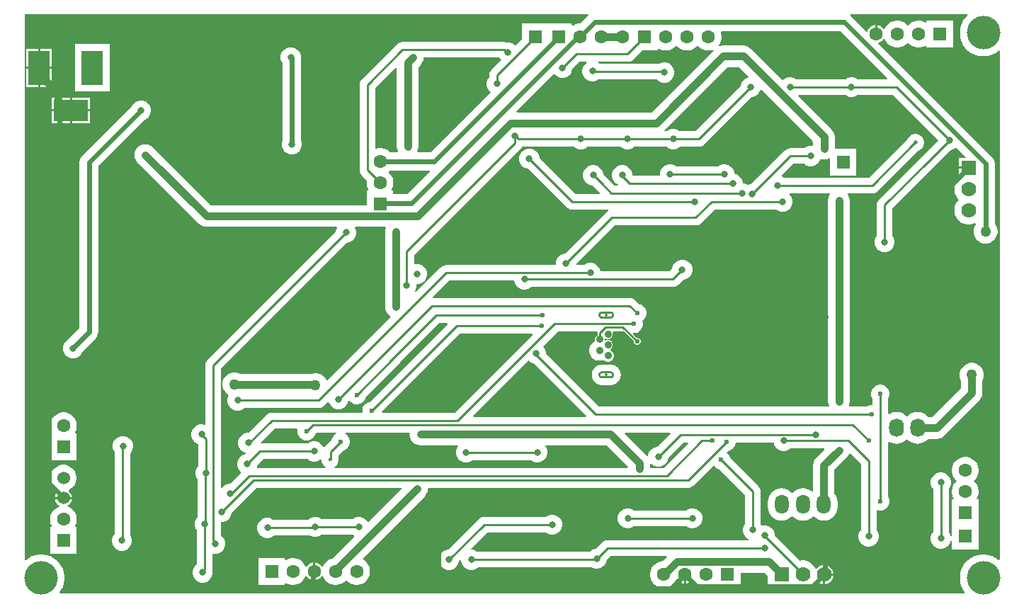
<source format=gbl>
G04*
G04 #@! TF.GenerationSoftware,Altium Limited,Altium Designer,21.0.8 (223)*
G04*
G04 Layer_Physical_Order=2*
G04 Layer_Color=16711680*
%FSTAX24Y24*%
%MOIN*%
G70*
G04*
G04 #@! TF.SameCoordinates,1A30FD0F-2F50-4216-9531-F08C28C5B71E*
G04*
G04*
G04 #@! TF.FilePolarity,Positive*
G04*
G01*
G75*
%ADD12C,0.0100*%
%ADD103C,0.0236*%
%ADD104C,0.0374*%
%ADD105C,0.0600*%
%ADD106C,0.0630*%
%ADD107R,0.0630X0.0630*%
%ADD108C,0.1575*%
%ADD109R,0.1000X0.1600*%
%ADD110R,0.1600X0.1000*%
%ADD111R,0.0630X0.0630*%
%ADD112C,0.0354*%
%ADD113C,0.0138*%
%ADD114O,0.0650X0.0900*%
%ADD115O,0.0700X0.0860*%
%ADD116C,0.0700*%
%ADD117R,0.0700X0.0700*%
%ADD118R,0.0700X0.0700*%
%ADD119C,0.0315*%
%ADD120C,0.0236*%
%ADD121C,0.0500*%
%ADD122C,0.0157*%
%ADD123C,0.0197*%
G36*
X044764Y027573D02*
X044659Y027468D01*
X044557Y027328D01*
X044478Y027173D01*
X044425Y027008D01*
X044398Y026837D01*
Y026663D01*
X044425Y026492D01*
X044478Y026327D01*
X044557Y026172D01*
X044659Y026032D01*
X044782Y025909D01*
X044922Y025807D01*
X045077Y025728D01*
X045242Y025675D01*
X045413Y025648D01*
X045587D01*
X045758Y025675D01*
X045923Y025728D01*
X046078Y025807D01*
X046218Y025909D01*
X046227Y025918D01*
X046273Y025898D01*
X046273Y001952D01*
X046227Y001932D01*
X046218Y001941D01*
X046078Y002043D01*
X045923Y002122D01*
X045758Y002175D01*
X045587Y002202D01*
X045413D01*
X045242Y002175D01*
X045077Y002122D01*
X044922Y002043D01*
X044782Y001941D01*
X044659Y001818D01*
X044557Y001678D01*
X044478Y001523D01*
X044425Y001358D01*
X044398Y001187D01*
Y001013D01*
X044425Y000842D01*
X044478Y000677D01*
X044557Y000522D01*
X044626Y000427D01*
X044601Y000377D01*
X002049Y000377D01*
X002024Y000427D01*
X002093Y000522D01*
X002172Y000677D01*
X002225Y000842D01*
X002252Y001013D01*
Y001187D01*
X002225Y001358D01*
X002172Y001523D01*
X002093Y001678D01*
X001991Y001818D01*
X001868Y001941D01*
X001728Y002043D01*
X001573Y002122D01*
X001408Y002175D01*
X001237Y002202D01*
X001063D01*
X000892Y002175D01*
X000727Y002122D01*
X000572Y002043D01*
X000432Y001941D01*
X000423Y001932D01*
X000377Y001952D01*
X000377Y027623D01*
X026897Y027623D01*
X026913Y027575D01*
X026891Y027559D01*
X026512Y02718D01*
X026438D01*
X026316Y027156D01*
X026202Y027108D01*
X026174Y02709D01*
X02613Y027113D01*
Y02718D01*
X02487D01*
Y02718D01*
X02377D01*
Y026441D01*
X023478Y026149D01*
X02342Y026207D01*
X023312Y02627D01*
X023192Y026302D01*
X023068D01*
X023059Y026306D01*
X022963Y026318D01*
X01815D01*
X018055Y026306D01*
X017966Y026269D01*
X01789Y02621D01*
X01624Y02456D01*
X016181Y024484D01*
X016144Y024395D01*
X016132Y0243D01*
Y0203D01*
X016144Y020205D01*
X016181Y020116D01*
X01624Y02004D01*
X016478Y019801D01*
X01647Y019762D01*
Y019638D01*
X016494Y019516D01*
X016542Y019402D01*
X01656Y019374D01*
X016537Y01933D01*
X01647D01*
Y018626D01*
X00914D01*
X006408Y021358D01*
X006303Y021438D01*
X006181Y021489D01*
X00605Y021506D01*
X005919Y021489D01*
X005797Y021438D01*
X005692Y021358D01*
X005612Y021253D01*
X005561Y021131D01*
X005544Y021D01*
X005561Y020869D01*
X005612Y020747D01*
X005692Y020642D01*
X008573Y017761D01*
X008678Y017681D01*
X0088Y01763D01*
X008931Y017613D01*
X015056D01*
X015081Y01757D01*
X01506Y017532D01*
X015028Y017412D01*
Y017398D01*
X00899Y01136D01*
X008931Y011284D01*
X008894Y011195D01*
X008882Y0111D01*
Y008331D01*
X008842Y008301D01*
X008762Y008322D01*
X008638D01*
X008518Y00829D01*
X00841Y008228D01*
X008322Y00814D01*
X00826Y008032D01*
X008228Y007912D01*
Y007788D01*
X00826Y007668D01*
X008322Y00756D01*
X00841Y007472D01*
X008518Y00741D01*
X008532Y007406D01*
Y006329D01*
X008522Y006319D01*
X00846Y006211D01*
X008428Y006091D01*
Y005967D01*
X00846Y005846D01*
X008507Y005765D01*
Y003954D01*
X008472Y003919D01*
X00841Y003811D01*
X008378Y003691D01*
Y003566D01*
X00841Y003446D01*
X008472Y003339D01*
X008482Y003329D01*
Y001741D01*
X00846Y001728D01*
X008372Y00164D01*
X00831Y001532D01*
X008278Y001412D01*
Y001288D01*
X00831Y001168D01*
X008372Y00106D01*
X00846Y000972D01*
X008568Y00091D01*
X008688Y000878D01*
X008812D01*
X008932Y00091D01*
X00904Y000972D01*
X009128Y00106D01*
X00919Y001168D01*
X009222Y001288D01*
Y001412D01*
X009211Y001455D01*
X009218Y001508D01*
Y002205D01*
X009258Y002236D01*
X009288Y002228D01*
X009412D01*
X009532Y00226D01*
X00964Y002322D01*
X009728Y00241D01*
X00979Y002518D01*
X009822Y002638D01*
Y002762D01*
X00979Y002882D01*
X009728Y00299D01*
X00964Y003078D01*
X009618Y003091D01*
Y003728D01*
X009712D01*
X009832Y00376D01*
X00994Y003822D01*
X010028Y00391D01*
X01009Y004018D01*
X010122Y004138D01*
Y004152D01*
X011302Y005332D01*
X018101D01*
X01812Y005286D01*
X016561Y003727D01*
X016511Y003733D01*
X016478Y00379D01*
X01639Y003878D01*
X016282Y00394D01*
X016162Y003972D01*
X016038D01*
X015918Y00394D01*
X01581Y003878D01*
X0158Y003868D01*
X01435D01*
X01434Y003878D01*
X014232Y00394D01*
X014112Y003972D01*
X013988D01*
X013868Y00394D01*
X01376Y003878D01*
X013725Y003843D01*
X012064D01*
X011982Y00389D01*
X011862Y003922D01*
X011738D01*
X011618Y00389D01*
X01151Y003828D01*
X011422Y00374D01*
X01136Y003632D01*
X011328Y003512D01*
Y003388D01*
X01136Y003268D01*
X011422Y00316D01*
X01151Y003072D01*
X011618Y00301D01*
X011738Y002978D01*
X011862D01*
X011982Y00301D01*
X01209Y003072D01*
X012125Y003107D01*
X013786D01*
X013868Y00306D01*
X013988Y003028D01*
X014112D01*
X014232Y00306D01*
X01434Y003122D01*
X01435Y003132D01*
X0158D01*
X01581Y003122D01*
X015867Y003089D01*
X015873Y003039D01*
X014846Y002012D01*
X014816Y002006D01*
X014702Y001958D01*
X014598Y001889D01*
X014511Y001802D01*
X014442Y001698D01*
X01441Y001621D01*
X014354Y001617D01*
X014332Y001655D01*
X014255Y001732D01*
X01416Y001787D01*
X014055Y001815D01*
X01405D01*
Y0014D01*
Y000985D01*
X014055D01*
X01416Y001013D01*
X014255Y001068D01*
X014332Y001145D01*
X014354Y001183D01*
X01441Y001179D01*
X014442Y001102D01*
X014511Y000998D01*
X014598Y000911D01*
X014702Y000842D01*
X014816Y000794D01*
X014938Y00077D01*
X015062D01*
X015184Y000794D01*
X015298Y000842D01*
X015402Y000911D01*
X015466Y000975D01*
X0155Y000993D01*
X015534Y000975D01*
X015598Y000911D01*
X015702Y000842D01*
X015816Y000794D01*
X015938Y00077D01*
X016062D01*
X016184Y000794D01*
X016298Y000842D01*
X016402Y000911D01*
X016489Y000998D01*
X016558Y001102D01*
X016606Y001216D01*
X01663Y001338D01*
Y001462D01*
X016606Y001584D01*
X016558Y001698D01*
X016489Y001802D01*
X016402Y001889D01*
X016298Y001958D01*
X016288Y001963D01*
X016278Y002012D01*
X019208Y004942D01*
X019288Y005047D01*
X019339Y005169D01*
X019356Y0053D01*
X019384Y005332D01*
X0316D01*
X031695Y005344D01*
X031784Y005381D01*
X03186Y00544D01*
X032804Y006383D01*
X032884Y006303D01*
X032983Y006246D01*
X033051Y006228D01*
X034282Y004998D01*
Y00365D01*
X034272Y00364D01*
X03421Y003532D01*
X034178Y003412D01*
Y003288D01*
X03421Y003168D01*
X034272Y00306D01*
X03436Y002972D01*
X034453Y002918D01*
X03444Y002868D01*
X0278D01*
X027705Y002856D01*
X027616Y002819D01*
X02754Y00276D01*
X027252Y002472D01*
X027238D01*
X027118Y00244D01*
X02701Y002378D01*
X026975Y002343D01*
X021664D01*
X021582Y00239D01*
X021462Y002422D01*
X021408D01*
X021389Y002469D01*
X022152Y003232D01*
X0249D01*
X02491Y003222D01*
X025018Y00316D01*
X025138Y003128D01*
X025262D01*
X025382Y00316D01*
X02549Y003222D01*
X025578Y00331D01*
X02564Y003418D01*
X025672Y003538D01*
Y003662D01*
X02564Y003782D01*
X025578Y00389D01*
X02549Y003978D01*
X025382Y00404D01*
X025262Y004072D01*
X025138D01*
X025018Y00404D01*
X02491Y003978D01*
X0249Y003968D01*
X022D01*
X021905Y003956D01*
X021816Y003919D01*
X02174Y00386D01*
X020302Y002422D01*
X020288D01*
X020168Y00239D01*
X02006Y002328D01*
X019972Y00224D01*
X01991Y002132D01*
X019878Y002012D01*
Y001888D01*
X01991Y001768D01*
X019972Y00166D01*
X02006Y001572D01*
X020168Y00151D01*
X020288Y001478D01*
X020412D01*
X020532Y00151D01*
X02064Y001572D01*
X020728Y00166D01*
X02079Y001768D01*
X020822Y001888D01*
Y001902D01*
X020881Y001961D01*
X020928Y001942D01*
Y001888D01*
X02096Y001768D01*
X021022Y00166D01*
X02111Y001572D01*
X021218Y00151D01*
X021338Y001478D01*
X021462D01*
X021582Y00151D01*
X02169Y001572D01*
X021725Y001607D01*
X027036D01*
X027118Y00156D01*
X027238Y001528D01*
X027362D01*
X027482Y00156D01*
X02759Y001622D01*
X027678Y00171D01*
X02774Y001818D01*
X027772Y001938D01*
Y001952D01*
X027952Y002132D01*
X030589D01*
X030609Y002086D01*
X030403Y00188D01*
X030388D01*
X030266Y001856D01*
X030152Y001808D01*
X030048Y001739D01*
X029961Y001652D01*
X029892Y001548D01*
X029844Y001434D01*
X02982Y001312D01*
Y001188D01*
X029844Y001066D01*
X029892Y000952D01*
X029961Y000848D01*
X030048Y000761D01*
X030152Y000692D01*
X030266Y000644D01*
X030388Y00062D01*
X030512D01*
X030634Y000644D01*
X030748Y000692D01*
X030852Y000761D01*
X030939Y000848D01*
X031008Y000952D01*
X03104Y001029D01*
X031096Y001033D01*
X031118Y000995D01*
X031195Y000918D01*
X03129Y000863D01*
X031395Y000835D01*
X0314D01*
Y00125D01*
X0315D01*
Y000835D01*
X031505D01*
X03161Y000863D01*
X031705Y000918D01*
X031782Y000995D01*
X031804Y001033D01*
X03186Y001029D01*
X031892Y000952D01*
X031961Y000848D01*
X032048Y000761D01*
X032152Y000692D01*
X032266Y000644D01*
X032388Y00062D01*
X032512D01*
X032634Y000644D01*
X032748Y000692D01*
X032776Y00071D01*
X03282Y000687D01*
Y00062D01*
X03408D01*
Y001344D01*
X03519D01*
X035335Y001199D01*
Y000585D01*
X036665D01*
Y000615D01*
X036715Y000648D01*
X036806Y000611D01*
X036935Y000585D01*
X037065D01*
X037194Y000611D01*
X037315Y000661D01*
X037424Y000733D01*
X037517Y000826D01*
X037589Y000935D01*
X037598Y000955D01*
X037654Y00096D01*
X037724Y00089D01*
X037826Y000831D01*
X037941Y0008D01*
X03795D01*
Y00125D01*
Y0017D01*
X037941D01*
X037826Y001669D01*
X037724Y00161D01*
X037654Y00154D01*
X037598Y001545D01*
X037589Y001565D01*
X037517Y001674D01*
X037424Y001767D01*
X037315Y001839D01*
X037194Y001889D01*
X037065Y001915D01*
X036935D01*
X036869Y001902D01*
X035672Y003098D01*
Y003162D01*
X03564Y003282D01*
X035578Y00339D01*
X03549Y003478D01*
X035382Y00354D01*
X035262Y003572D01*
X035138D01*
X035077Y003556D01*
X035028Y00364D01*
X035018Y00365D01*
Y00515D01*
X035006Y005245D01*
X034969Y005334D01*
X03491Y00541D01*
X033572Y006749D01*
X033554Y006817D01*
X033497Y006916D01*
X033417Y006996D01*
X033499Y007078D01*
X033567Y007096D01*
X033666Y007153D01*
X033747Y007234D01*
X033804Y007333D01*
X033833Y007443D01*
Y007469D01*
X035633D01*
X03566Y007368D01*
X035722Y00726D01*
X03581Y007172D01*
X035918Y00711D01*
X036038Y007078D01*
X036162D01*
X036282Y00711D01*
X03639Y007172D01*
X0364Y007182D01*
X038001D01*
X03802Y007136D01*
X037632Y006748D01*
X037552Y006643D01*
X037501Y006521D01*
X037484Y00639D01*
Y005179D01*
X037434Y005155D01*
X037367Y00521D01*
X037256Y005269D01*
X037135Y005306D01*
X03701Y005318D01*
X036885Y005306D01*
X036764Y005269D01*
X036653Y00521D01*
X036555Y00513D01*
X03653Y005099D01*
X03648D01*
X036455Y00513D01*
X036357Y00521D01*
X036246Y005269D01*
X036125Y005306D01*
X036Y005318D01*
X035875Y005306D01*
X035754Y005269D01*
X035643Y00521D01*
X035545Y00513D01*
X035465Y005032D01*
X035406Y004921D01*
X035369Y0048D01*
X035357Y004675D01*
Y004425D01*
X035369Y0043D01*
X035406Y004179D01*
X035465Y004068D01*
X035545Y00397D01*
X035643Y00389D01*
X035754Y003831D01*
X035875Y003794D01*
X036Y003782D01*
X036125Y003794D01*
X036246Y003831D01*
X036357Y00389D01*
X036455Y00397D01*
X03648Y004001D01*
X03653D01*
X036555Y00397D01*
X036653Y00389D01*
X036764Y003831D01*
X036885Y003794D01*
X03701Y003782D01*
X037135Y003794D01*
X037256Y003831D01*
X037367Y00389D01*
X037465Y00397D01*
X037475Y003983D01*
X037525D01*
X037535Y00397D01*
X037633Y00389D01*
X037744Y003831D01*
X037865Y003794D01*
X03799Y003782D01*
X038115Y003794D01*
X038236Y003831D01*
X038347Y00389D01*
X038445Y00397D01*
X038525Y004068D01*
X038584Y004179D01*
X038621Y0043D01*
X038633Y004425D01*
Y004675D01*
X038621Y0048D01*
X038584Y004921D01*
X038525Y005032D01*
X038496Y005067D01*
Y00618D01*
X039058Y006742D01*
X039138Y006847D01*
X039175Y006934D01*
X039234Y006946D01*
X039732Y006448D01*
Y00335D01*
X039722Y00334D01*
X03966Y003232D01*
X039628Y003112D01*
Y002988D01*
X03966Y002868D01*
X039722Y00276D01*
X03981Y002672D01*
X039918Y00261D01*
X040038Y002578D01*
X040162D01*
X040282Y00261D01*
X04039Y002672D01*
X040478Y00276D01*
X04054Y002868D01*
X040572Y002988D01*
Y003112D01*
X04054Y003232D01*
X040478Y00334D01*
X040468Y00335D01*
Y00425D01*
X040518Y004287D01*
X040593Y004267D01*
X040707D01*
X040817Y004296D01*
X040916Y004353D01*
X040997Y004434D01*
X041054Y004533D01*
X041083Y004643D01*
Y004757D01*
X041054Y004867D01*
X041018Y004929D01*
Y007469D01*
X041068Y007499D01*
X041154Y007453D01*
X04128Y007415D01*
X04141Y007402D01*
X04154Y007415D01*
X041666Y007453D01*
X041781Y007514D01*
X041871Y007588D01*
X041905Y007594D01*
X041939Y007588D01*
X042029Y007514D01*
X042144Y007453D01*
X04227Y007415D01*
X0424Y007402D01*
X04253Y007415D01*
X042656Y007453D01*
X042771Y007514D01*
X042872Y007598D01*
X04291Y007644D01*
X0433D01*
X043431Y007661D01*
X043553Y007712D01*
X043658Y007792D01*
X045308Y009442D01*
X045388Y009547D01*
X045439Y009669D01*
X045456Y0098D01*
Y010397D01*
X045476Y010432D01*
X045515Y010576D01*
Y010724D01*
X045476Y010868D01*
X045402Y010997D01*
X045297Y011102D01*
X045168Y011176D01*
X045024Y011215D01*
X044876D01*
X044732Y011176D01*
X044603Y011102D01*
X044498Y010997D01*
X044424Y010868D01*
X044385Y010724D01*
Y010576D01*
X044424Y010432D01*
X044444Y010397D01*
Y01001D01*
X04309Y008656D01*
X04291D01*
X042872Y008702D01*
X042771Y008786D01*
X042656Y008847D01*
X04253Y008885D01*
X0424Y008898D01*
X04227Y008885D01*
X042144Y008847D01*
X042029Y008786D01*
X041939Y008712D01*
X041905Y008706D01*
X041871Y008712D01*
X041781Y008786D01*
X041666Y008847D01*
X04154Y008885D01*
X04141Y008898D01*
X04128Y008885D01*
X041154Y008847D01*
X041068Y008801D01*
X041018Y008831D01*
Y009521D01*
X041054Y009583D01*
X041083Y009693D01*
Y009807D01*
X041054Y009917D01*
X040997Y010016D01*
X040916Y010097D01*
X040817Y010154D01*
X040707Y010183D01*
X040593D01*
X040483Y010154D01*
X040384Y010097D01*
X040303Y010016D01*
X040246Y009917D01*
X040217Y009807D01*
Y009693D01*
X040246Y009583D01*
X040282Y009521D01*
Y009239D01*
X040199D01*
X040089Y009209D01*
X040017Y009168D01*
X039192D01*
X039165Y00921D01*
X039189Y009269D01*
X039206Y0094D01*
Y01885D01*
X039189Y018981D01*
X039138Y019103D01*
X039103Y01915D01*
X039125Y019195D01*
X040268D01*
X040363Y019207D01*
X040452Y019244D01*
X040528Y019302D01*
X042407Y021181D01*
X04246Y021195D01*
X042554Y02125D01*
X042631Y021327D01*
X042685Y021421D01*
X042713Y021526D01*
Y021635D01*
X042685Y02174D01*
X042631Y021835D01*
X042554Y021912D01*
X04246Y021966D01*
X042354Y021994D01*
X042246D01*
X04214Y021966D01*
X042046Y021912D01*
X041969Y021835D01*
X041915Y02174D01*
X041911Y021727D01*
X040115Y019931D01*
X036113D01*
X036103Y019941D01*
X036026Y019985D01*
X036017Y020047D01*
X03655Y02058D01*
X037065D01*
X037075Y02057D01*
X037183Y020508D01*
X037303Y020475D01*
X037427D01*
X037548Y020508D01*
X037655Y02057D01*
X037743Y020658D01*
X037805Y020766D01*
X037813Y020793D01*
X037858Y020816D01*
X037869Y020811D01*
X038Y020794D01*
X038131Y020811D01*
X03822Y020848D01*
X03827Y020814D01*
Y02002D01*
X03953D01*
Y02128D01*
X038524D01*
X038506Y0213D01*
Y02185D01*
X038489Y021981D01*
X038438Y022103D01*
X038358Y022208D01*
X036784Y023782D01*
X036803Y023828D01*
X038989D01*
X039002Y023814D01*
X03911Y023752D01*
X03923Y02372D01*
X039355D01*
X039475Y023752D01*
X039583Y023814D01*
X039592Y023824D01*
X041255D01*
X043379Y0217D01*
X04264Y02096D01*
X04264Y02096D01*
X04059Y01891D01*
X040531Y018834D01*
X040494Y018745D01*
X040482Y01865D01*
Y0172D01*
X040472Y01719D01*
X04041Y017082D01*
X040378Y016962D01*
Y016838D01*
X04041Y016718D01*
X040472Y01661D01*
X04056Y016522D01*
X040668Y01646D01*
X040788Y016428D01*
X040912D01*
X041032Y01646D01*
X04114Y016522D01*
X041228Y01661D01*
X04129Y016718D01*
X041322Y016838D01*
Y016962D01*
X04129Y017082D01*
X041228Y01719D01*
X041218Y0172D01*
Y018498D01*
X04316Y02044D01*
X04316Y02044D01*
X043948Y021228D01*
X043962D01*
X044082Y02126D01*
X04419Y021322D01*
X044225Y021357D01*
X044686Y020896D01*
X044667Y02085D01*
X04435D01*
Y02045D01*
X0448D01*
Y02035D01*
X04435D01*
Y01995D01*
X04435D01*
X04436Y0199D01*
X044283Y019824D01*
X044211Y019715D01*
X044161Y019594D01*
X044135Y019465D01*
Y019335D01*
X044161Y019206D01*
X044211Y019085D01*
X044283Y018976D01*
X04436Y0189D01*
X044283Y018824D01*
X044211Y018715D01*
X044161Y018594D01*
X044135Y018465D01*
Y018335D01*
X044161Y018206D01*
X044211Y018085D01*
X044283Y017976D01*
X044376Y017883D01*
X044485Y017811D01*
X044606Y017761D01*
X044735Y017735D01*
X044865D01*
X044994Y017761D01*
X045092Y017801D01*
X04514Y017776D01*
X045144Y01777D01*
X045148Y017748D01*
X045147Y017745D01*
X045074Y017618D01*
X045035Y017474D01*
Y017326D01*
X045074Y017182D01*
X045148Y017053D01*
X045253Y016948D01*
X045382Y016874D01*
X045526Y016835D01*
X045674D01*
X045818Y016874D01*
X045947Y016948D01*
X046052Y017053D01*
X046126Y017182D01*
X046165Y017326D01*
Y017474D01*
X046126Y017618D01*
X046052Y017747D01*
X046037Y017762D01*
Y0206D01*
X046022Y020713D01*
X045978Y020818D01*
X045909Y020909D01*
X040562Y026256D01*
X040575Y026304D01*
X04061Y026313D01*
X040705Y026368D01*
X040782Y026445D01*
X040804Y026483D01*
X04086Y026479D01*
X040892Y026402D01*
X040961Y026298D01*
X041048Y026211D01*
X041152Y026142D01*
X041266Y026094D01*
X041388Y02607D01*
X041512D01*
X041634Y026094D01*
X041748Y026142D01*
X041852Y026211D01*
X041916Y026275D01*
X04195Y026293D01*
X041984Y026275D01*
X042048Y026211D01*
X042152Y026142D01*
X042266Y026094D01*
X042388Y02607D01*
X042512D01*
X042634Y026094D01*
X042748Y026142D01*
X042776Y02616D01*
X04282Y026137D01*
Y02607D01*
X04408D01*
Y02733D01*
X04282D01*
Y027263D01*
X042776Y02724D01*
X042748Y027258D01*
X042634Y027306D01*
X042512Y02733D01*
X042388D01*
X042266Y027306D01*
X042152Y027258D01*
X042048Y027189D01*
X041984Y027125D01*
X04195Y027107D01*
X041916Y027125D01*
X041852Y027189D01*
X041748Y027258D01*
X041634Y027306D01*
X041512Y02733D01*
X041388D01*
X041266Y027306D01*
X041152Y027258D01*
X041048Y027189D01*
X040961Y027102D01*
X040892Y026998D01*
X04086Y026921D01*
X040804Y026917D01*
X040782Y026955D01*
X040705Y027032D01*
X04061Y027087D01*
X040505Y027115D01*
X0405D01*
Y0267D01*
X0404D01*
Y027115D01*
X040395D01*
X04029Y027087D01*
X040195Y027032D01*
X040118Y026955D01*
X040063Y02686D01*
X040054Y026825D01*
X040006Y026812D01*
X039259Y027559D01*
X039237Y027575D01*
X039253Y027623D01*
X044743Y027623D01*
X044764Y027573D01*
D02*
G37*
G36*
X032084Y026125D02*
X032148Y026061D01*
X032252Y025992D01*
X032366Y025944D01*
X032488Y02592D01*
X032612D01*
X032734Y025944D01*
X032774Y025961D01*
X032803Y025919D01*
X02989Y023006D01*
X023548D01*
X023529Y023052D01*
X025289Y024813D01*
X025312Y02481D01*
X0254Y024722D01*
X025507Y02466D01*
X025628Y024628D01*
X025752D01*
X025872Y02466D01*
X02598Y024722D01*
X026068Y02481D01*
X02613Y024918D01*
X026162Y025038D01*
Y025052D01*
X026492Y025382D01*
X026807D01*
X02682Y025334D01*
X02681Y025328D01*
X026722Y02524D01*
X02666Y025132D01*
X026628Y025012D01*
Y024888D01*
X02666Y024768D01*
X026722Y02466D01*
X02681Y024572D01*
X026918Y02451D01*
X027038Y024478D01*
X027162D01*
X027282Y02451D01*
X027351Y024549D01*
X030152D01*
X030195Y024507D01*
X030303Y024445D01*
X030423Y024412D01*
X030547D01*
X030667Y024445D01*
X030775Y024507D01*
X030863Y024595D01*
X030925Y024703D01*
X030957Y024823D01*
Y024947D01*
X030925Y025067D01*
X030863Y025175D01*
X030775Y025263D01*
X030667Y025325D01*
X030547Y025357D01*
X030423D01*
X030303Y025325D01*
X030234Y025286D01*
X027433D01*
X02739Y025328D01*
X02738Y025334D01*
X027393Y025382D01*
X02875D01*
X028845Y025394D01*
X028934Y025431D01*
X02901Y02549D01*
X029441Y02592D01*
X03018D01*
Y025987D01*
X030224Y02601D01*
X030252Y025992D01*
X030366Y025944D01*
X030488Y02592D01*
X030612D01*
X030734Y025944D01*
X030848Y025992D01*
X030952Y026061D01*
X031016Y026125D01*
X03105Y026143D01*
X031084Y026125D01*
X031148Y026061D01*
X031252Y025992D01*
X031366Y025944D01*
X031488Y02592D01*
X031612D01*
X031734Y025944D01*
X031848Y025992D01*
X031952Y026061D01*
X032016Y026125D01*
X03205Y026143D01*
X032084Y026125D01*
D02*
G37*
G36*
X040975Y024607D02*
X040956Y024561D01*
X039592D01*
X039583Y024571D01*
X039475Y024633D01*
X039355Y024665D01*
X03923D01*
X03911Y024633D01*
X039002Y024571D01*
X038996Y024564D01*
X036704D01*
X03669Y024578D01*
X036582Y02464D01*
X036462Y024672D01*
X036338D01*
X036218Y02464D01*
X03611Y024578D01*
X036049Y024517D01*
X034558Y026008D01*
X034453Y026088D01*
X034331Y026139D01*
X0342Y026156D01*
X03325D01*
X033119Y026139D01*
X033083Y026124D01*
X03305Y026165D01*
X033108Y026252D01*
X033156Y026366D01*
X03318Y026488D01*
Y026612D01*
X033156Y026734D01*
X03314Y026772D01*
X033168Y026813D01*
X038769D01*
X040975Y024607D01*
D02*
G37*
G36*
X034432Y024702D02*
X034419Y024654D01*
X034368Y02464D01*
X03426Y024578D01*
X034172Y02449D01*
X03411Y024382D01*
X034078Y024262D01*
Y024248D01*
X031948Y022118D01*
X0312D01*
X03119Y022128D01*
X031082Y02219D01*
X030962Y022222D01*
X030838D01*
X030718Y02219D01*
X03061Y022128D01*
X0306Y022118D01*
X030505D01*
X030484Y022168D01*
X03346Y025144D01*
X03399D01*
X034432Y024702D01*
D02*
G37*
G36*
X037494Y02164D02*
Y021444D01*
X037454Y021413D01*
X037427Y02142D01*
X037303D01*
X037183Y021388D01*
X037075Y021326D01*
X037065Y021316D01*
X036398D01*
X036303Y021303D01*
X036214Y021267D01*
X036138Y021208D01*
X034552Y019622D01*
X034538D01*
X034419Y01959D01*
X034332Y01964D01*
X034212Y019672D01*
X034172D01*
Y019712D01*
X03414Y019832D01*
X034078Y01994D01*
X03399Y020028D01*
X033882Y02009D01*
X033772Y02012D01*
Y020162D01*
X03374Y020282D01*
X033678Y02039D01*
X03359Y020478D01*
X033482Y02054D01*
X033362Y020572D01*
X033238D01*
X033118Y02054D01*
X03301Y020478D01*
X033Y020468D01*
X03105D01*
X03104Y020478D01*
X030932Y02054D01*
X030812Y020572D01*
X030688D01*
X030568Y02054D01*
X03046Y020478D01*
X030372Y02039D01*
X03031Y020282D01*
X030278Y020162D01*
Y020038D01*
X030262Y020018D01*
X029002D01*
X028972Y020048D01*
Y020112D01*
X02894Y020232D01*
X028878Y02034D01*
X02879Y020428D01*
X028682Y02049D01*
X028562Y020522D01*
X028438D01*
X028318Y02049D01*
X02821Y020428D01*
X028122Y02034D01*
X02806Y020232D01*
X028028Y020112D01*
Y019988D01*
X02806Y019868D01*
X028122Y01976D01*
X02821Y019672D01*
X028303Y019618D01*
X02829Y019568D01*
X028138D01*
X027799Y019907D01*
X027799Y019907D01*
X027608Y020098D01*
Y020112D01*
X027576Y020232D01*
X027513Y02034D01*
X027426Y020428D01*
X027318Y02049D01*
X027198Y020522D01*
X027073D01*
X026953Y02049D01*
X026845Y020428D01*
X026757Y02034D01*
X026695Y020232D01*
X026663Y020112D01*
Y019988D01*
X026695Y019868D01*
X026757Y01976D01*
X026845Y019672D01*
X026953Y01961D01*
X027073Y019578D01*
X027087D01*
X027278Y019387D01*
X027278Y019387D01*
X027451Y019214D01*
X027431Y019168D01*
X026302D01*
X024598Y020873D01*
Y020887D01*
X024566Y021007D01*
X024504Y021115D01*
X024416Y021202D01*
X024308Y021265D01*
X024188Y021297D01*
X024063D01*
X023943Y021265D01*
X023835Y021202D01*
X023747Y021115D01*
X023685Y021007D01*
X023653Y020887D01*
Y020762D01*
X023685Y020642D01*
X023747Y020534D01*
X023835Y020446D01*
X023943Y020384D01*
X024063Y020352D01*
X024077D01*
X02589Y01854D01*
X025966Y018481D01*
X026055Y018444D01*
X02615Y018432D01*
X027835D01*
X027845Y018382D01*
X027814Y018369D01*
X027737Y01831D01*
X0258Y016372D01*
X025785D01*
X025665Y01634D01*
X025558Y016278D01*
X02547Y01619D01*
X025407Y016082D01*
X025375Y015962D01*
Y015838D01*
X02536Y015818D01*
X0202D01*
X020105Y015806D01*
X020016Y015769D01*
X01994Y01571D01*
X018781Y014552D01*
X018741Y014582D01*
X01879Y014668D01*
X018822Y014788D01*
Y014912D01*
X018834Y014928D01*
X018912D01*
X019032Y01496D01*
X01914Y015022D01*
X019228Y01511D01*
X01929Y015218D01*
X019322Y015338D01*
Y015462D01*
X01929Y015582D01*
X019228Y01569D01*
X01914Y015778D01*
X019032Y01584D01*
X018912Y015872D01*
X018788D01*
X018758Y015864D01*
X018718Y015895D01*
Y016298D01*
X02371Y02129D01*
X023769Y021366D01*
X023775Y021382D01*
X02625D01*
X02626Y021372D01*
X026368Y02131D01*
X026488Y021278D01*
X026612D01*
X026732Y02131D01*
X02684Y021372D01*
X02685Y021382D01*
X02845D01*
X02846Y021372D01*
X028568Y02131D01*
X028688Y021278D01*
X028812D01*
X028932Y02131D01*
X02904Y021372D01*
X02905Y021382D01*
X0306D01*
X03061Y021372D01*
X030718Y02131D01*
X030838Y021278D01*
X030962D01*
X031082Y02131D01*
X03119Y021372D01*
X0312Y021382D01*
X0321D01*
X032195Y021394D01*
X032284Y021431D01*
X03236Y02149D01*
X034598Y023728D01*
X034612D01*
X034732Y02376D01*
X03484Y023822D01*
X034928Y02391D01*
X03499Y024018D01*
X035004Y024069D01*
X035052Y024082D01*
X037494Y02164D01*
D02*
G37*
G36*
X022751Y025539D02*
X02281Y025481D01*
X02234Y02501D01*
X022281Y024934D01*
X022244Y024845D01*
X022232Y02475D01*
Y02465D01*
X022222Y02464D01*
X02216Y024532D01*
X022128Y024412D01*
Y024288D01*
X02216Y024168D01*
X022222Y02406D01*
X022307Y023975D01*
X019469Y021137D01*
X018888D01*
X018855Y021187D01*
X018889Y021269D01*
X018906Y0214D01*
Y02514D01*
X019008Y025242D01*
X019088Y025347D01*
X019139Y025469D01*
X019154Y025582D01*
X022727D01*
X022751Y025539D01*
D02*
G37*
G36*
X017894Y025108D02*
Y0214D01*
X017911Y021269D01*
X017945Y021187D01*
X017912Y021137D01*
X017554D01*
X017502Y021189D01*
X017398Y021258D01*
X017284Y021306D01*
X017162Y02133D01*
X017038D01*
X016918Y021306D01*
X016907Y021305D01*
X016868Y021336D01*
Y024148D01*
X017848Y025127D01*
X017894Y025108D01*
D02*
G37*
G36*
X019458Y020217D02*
X018411Y019171D01*
X01773D01*
Y01933D01*
X017663D01*
X01764Y019374D01*
X017658Y019402D01*
X017706Y019516D01*
X01773Y019638D01*
Y019762D01*
X017706Y019884D01*
X017658Y019998D01*
X017589Y020102D01*
X017525Y020166D01*
X017507Y0202D01*
X017525Y020234D01*
X017554Y020263D01*
X019438D01*
X019458Y020217D01*
D02*
G37*
G36*
X038297Y01915D02*
X038262Y019103D01*
X038211Y018981D01*
X038194Y01885D01*
Y0094D01*
X038211Y009269D01*
X038235Y00921D01*
X038208Y009168D01*
X027402D01*
X024922Y011648D01*
Y011712D01*
X02489Y011832D01*
X024828Y01194D01*
X024769Y011999D01*
X025481Y012711D01*
X027313D01*
X027345Y012661D01*
X027342Y012644D01*
Y012521D01*
X027314Y012509D01*
X02725Y012445D01*
X027216Y012362D01*
Y012271D01*
X027226Y012248D01*
X027141Y012199D01*
X027049Y012107D01*
X026984Y011995D01*
X026951Y01187D01*
Y01174D01*
X026984Y011615D01*
X027049Y011503D01*
X027141Y011411D01*
X027253Y011346D01*
X027378Y011313D01*
X027508D01*
X027633Y011346D01*
X027642Y011351D01*
X027666Y011327D01*
X02773Y011291D01*
X0278Y011272D01*
X027873D01*
X027944Y011291D01*
X028007Y011327D01*
X028058Y011379D01*
X028095Y011442D01*
X028114Y011512D01*
Y011585D01*
X028095Y011656D01*
X028058Y011719D01*
X028007Y011771D01*
X027944Y011807D01*
X027935Y011809D01*
X027937Y011856D01*
X027965Y011868D01*
X028029Y011932D01*
X028064Y012015D01*
Y012106D01*
X028029Y012189D01*
X027965Y012253D01*
X027882Y012288D01*
X027791D01*
X027716Y012257D01*
X027706Y01226D01*
X027689Y01227D01*
X02767Y012286D01*
Y012347D01*
X027689Y012363D01*
X027706Y012373D01*
X027716Y012376D01*
X027791Y012345D01*
X027882D01*
X027965Y01238D01*
X028029Y012444D01*
X028064Y012527D01*
Y012618D01*
X028046Y012661D01*
X028079Y012711D01*
X028573D01*
X029032Y012252D01*
Y012194D01*
X029057Y012132D01*
X029105Y012085D01*
X029167Y01206D01*
X029233D01*
X029295Y012085D01*
X029343Y012132D01*
X029368Y012194D01*
Y012261D01*
X029343Y012323D01*
X029295Y01237D01*
X029233Y012396D01*
X029176D01*
X029005Y012567D01*
X029026Y012617D01*
X029094D01*
X029204Y012646D01*
X029303Y012703D01*
X029383Y012784D01*
X02944Y012883D01*
X02947Y012993D01*
Y013107D01*
X029447Y013193D01*
X029466Y013203D01*
X029547Y013284D01*
X029604Y013383D01*
X029633Y013493D01*
Y013607D01*
X029604Y013717D01*
X029547Y013816D01*
X029466Y013897D01*
X029367Y013954D01*
X029299Y013972D01*
X02911Y01416D01*
X029034Y014219D01*
X028945Y014256D01*
X02885Y014268D01*
X019609D01*
X019589Y014318D01*
X020352Y015082D01*
X023429D01*
X02346Y014968D01*
X023522Y01486D01*
X02361Y014772D01*
X023718Y01471D01*
X023838Y014678D01*
X023962D01*
X024082Y01471D01*
X02419Y014772D01*
X0242Y014782D01*
X030879D01*
X030974Y014794D01*
X031063Y014831D01*
X031139Y01489D01*
X031377Y015128D01*
X031391D01*
X031511Y01516D01*
X031619Y015222D01*
X031707Y01531D01*
X031769Y015418D01*
X031802Y015538D01*
Y015662D01*
X031769Y015782D01*
X031707Y01589D01*
X031619Y015978D01*
X031511Y01604D01*
X031391Y016072D01*
X031267D01*
X031147Y01604D01*
X031039Y015978D01*
X030951Y01589D01*
X030889Y015782D01*
X030857Y015662D01*
Y015648D01*
X030727Y015518D01*
X027471D01*
X02744Y015632D01*
X027378Y01574D01*
X02729Y015828D01*
X027182Y01589D01*
X027062Y015922D01*
X026938D01*
X026818Y01589D01*
X02671Y015828D01*
X0267Y015818D01*
X026357D01*
X026336Y015868D01*
X02815Y017682D01*
X03195D01*
X032045Y017694D01*
X032134Y017731D01*
X03221Y01779D01*
X032861Y01844D01*
X035741D01*
X03576Y018422D01*
X035868Y01836D01*
X035988Y018328D01*
X036112D01*
X036232Y01836D01*
X03634Y018422D01*
X036428Y01851D01*
X03649Y018618D01*
X036522Y018738D01*
Y018862D01*
X03649Y018982D01*
X036428Y01909D01*
X036373Y019145D01*
X036394Y019195D01*
X038275D01*
X038297Y01915D01*
D02*
G37*
G36*
X027956Y013635D02*
X027964Y013635D01*
X027973Y013633D01*
X027982Y013632D01*
X02799Y01363D01*
X027999Y013627D01*
X028007Y013624D01*
X028015Y013621D01*
X028023Y013617D01*
X028031Y013613D01*
X028038Y013608D01*
X028045Y013603D01*
X028052Y013598D01*
X028059Y013592D01*
X028065Y013586D01*
X028071Y01358D01*
X028077Y013573D01*
X028082Y013566D01*
X028087Y013559D01*
X028092Y013552D01*
X028096Y013544D01*
X0281Y013536D01*
X028103Y013528D01*
X028106Y01352D01*
X028108Y013511D01*
X028111Y013503D01*
X028112Y013494D01*
X028113Y013486D01*
X028114Y013477D01*
X028114Y013468D01*
X028114Y013459D01*
X028113Y013451D01*
X028112Y013442D01*
X028111Y013433D01*
X028108Y013425D01*
X028106Y013416D01*
X028103Y013408D01*
X0281Y0134D01*
X028096Y013392D01*
X028092Y013384D01*
X028087Y013377D01*
X028082Y01337D01*
X028077Y013363D01*
X028071Y013356D01*
X028065Y01335D01*
X028059Y013344D01*
X028052Y013338D01*
X028045Y013333D01*
X028038Y013328D01*
X028031Y013323D01*
X028023Y013319D01*
X028015Y013315D01*
X028007Y013312D01*
X027999Y013309D01*
X02799Y013306D01*
X027982Y013304D01*
X027973Y013303D01*
X027964Y013302D01*
X027956Y013301D01*
X027947Y013301D01*
X027553D01*
X027544Y013301D01*
X027536Y013302D01*
X027527Y013303D01*
X027518Y013304D01*
X02751Y013306D01*
X027501Y013309D01*
X027493Y013312D01*
X027485Y013315D01*
X027477Y013319D01*
X027469Y013323D01*
X027462Y013328D01*
X027455Y013333D01*
X027448Y013338D01*
X027441Y013344D01*
X027435Y01335D01*
X027429Y013356D01*
X027423Y013363D01*
X027418Y01337D01*
X027413Y013377D01*
X027408Y013384D01*
X027404Y013392D01*
X0274Y0134D01*
X027397Y013408D01*
X027394Y013416D01*
X027392Y013425D01*
X027389Y013433D01*
X027388Y013442D01*
X027387Y013451D01*
X027386Y013459D01*
X027386Y013468D01*
X027386Y013477D01*
X027387Y013486D01*
X027388Y013494D01*
X027389Y013503D01*
X027392Y013511D01*
X027394Y01352D01*
X027397Y013528D01*
X0274Y013536D01*
X027404Y013544D01*
X027408Y013552D01*
X027413Y013559D01*
X027418Y013566D01*
X027423Y013573D01*
X027429Y01358D01*
X027435Y013586D01*
X027441Y013592D01*
X027448Y013598D01*
X027455Y013603D01*
X027462Y013608D01*
X027469Y013613D01*
X027477Y013617D01*
X027485Y013621D01*
X027493Y013624D01*
X027501Y013627D01*
X02751Y01363D01*
X027518Y013632D01*
X027527Y013633D01*
X027536Y013635D01*
X027544Y013635D01*
X027553Y013635D01*
X027947D01*
X027956Y013635D01*
D02*
G37*
G36*
X024265Y012536D02*
X020598Y008868D01*
X017204D01*
X017185Y008914D01*
X020852Y012582D01*
X024246D01*
X024265Y012536D01*
D02*
G37*
G36*
X02416Y011272D02*
X024268Y01121D01*
X024339Y011191D01*
X026815Y008714D01*
X026796Y008668D01*
X021504D01*
X021485Y008714D01*
X024101Y011331D01*
X02416Y011272D01*
D02*
G37*
G36*
X013226Y008092D02*
X013217Y008057D01*
Y007943D01*
X013246Y007833D01*
X013303Y007734D01*
X013384Y007653D01*
X013483Y007596D01*
X013593Y007567D01*
X013707D01*
X013817Y007596D01*
X013916Y007653D01*
X013997Y007734D01*
X014054Y007833D01*
X014072Y007901D01*
X014102Y007932D01*
X015032D01*
X015045Y007882D01*
X014984Y007847D01*
X014903Y007766D01*
X014846Y007667D01*
X014828Y007599D01*
X014505Y007276D01*
X014485Y007249D01*
X014427Y007256D01*
X014378Y00734D01*
X01429Y007428D01*
X014182Y00749D01*
X014062Y007522D01*
X013938D01*
X013818Y00749D01*
X01371Y007428D01*
X0137Y007418D01*
X011509D01*
X011489Y007468D01*
X012152Y008132D01*
X013196D01*
X013226Y008092D01*
D02*
G37*
G36*
X030765Y007886D02*
X030152Y007272D01*
X030138D01*
X030018Y00724D01*
X02991Y007178D01*
X029822Y00709D01*
X02976Y006982D01*
X029728Y006862D01*
Y006845D01*
X02968Y006829D01*
X029658Y006858D01*
X02863Y007886D01*
X028649Y007932D01*
X030746D01*
X030765Y007886D01*
D02*
G37*
G36*
X014356Y006667D02*
Y006598D01*
X014383Y006498D01*
X014435Y006408D01*
X014508Y006335D01*
X014537Y006318D01*
X014524Y006268D01*
X011331D01*
X011301Y006308D01*
X011322Y006388D01*
Y006402D01*
X011602Y006682D01*
X0137D01*
X01371Y006672D01*
X013818Y00661D01*
X013938Y006578D01*
X014062D01*
X014182Y00661D01*
X01429Y006672D01*
X014306Y006688D01*
X014356Y006667D01*
D02*
G37*
G36*
X031602Y007423D02*
X030448Y006268D01*
X029806D01*
Y006455D01*
X029856Y006476D01*
X02991Y006422D01*
X030018Y00636D01*
X030138Y006328D01*
X030262D01*
X030382Y00636D01*
X03049Y006422D01*
X030578Y00651D01*
X03064Y006618D01*
X030672Y006738D01*
Y006752D01*
X03139Y007469D01*
X031583D01*
X031602Y007423D01*
D02*
G37*
G36*
X0185Y007894D02*
X018494Y00785D01*
X018511Y007719D01*
X018562Y007597D01*
X018642Y007492D01*
X018747Y007412D01*
X018869Y007361D01*
X019Y007344D01*
X02076D01*
X020779Y007298D01*
X020772Y00729D01*
X02071Y007182D01*
X020678Y007062D01*
Y006938D01*
X02071Y006818D01*
X020772Y00671D01*
X02086Y006622D01*
X020968Y00656D01*
X021088Y006528D01*
X021212D01*
X021332Y00656D01*
X02144Y006622D01*
X02145Y006632D01*
X0242D01*
X02421Y006622D01*
X024318Y00656D01*
X024438Y006528D01*
X024562D01*
X024682Y00656D01*
X02479Y006622D01*
X024878Y00671D01*
X02494Y006818D01*
X024972Y006938D01*
Y007062D01*
X02494Y007182D01*
X024878Y00729D01*
X024871Y007298D01*
X02489Y007344D01*
X02774D01*
X028766Y006318D01*
X028745Y006268D01*
X014976D01*
X014963Y006318D01*
X014992Y006335D01*
X015065Y006408D01*
X015117Y006498D01*
X015144Y006598D01*
Y006702D01*
X015134Y006739D01*
Y006863D01*
X015349Y007078D01*
X015417Y007096D01*
X015516Y007153D01*
X015597Y007234D01*
X015654Y007333D01*
X015683Y007443D01*
Y007557D01*
X015654Y007667D01*
X015597Y007766D01*
X015516Y007847D01*
X015455Y007882D01*
X015468Y007932D01*
X018467D01*
X0185Y007894D01*
D02*
G37*
G36*
X016675Y017613D02*
X01735D01*
X017378Y017571D01*
X017361Y017531D01*
X017344Y0174D01*
Y01385D01*
X017361Y013719D01*
X017412Y013597D01*
X017492Y013492D01*
X017582Y013423D01*
X017594Y013364D01*
X014622Y010393D01*
X014565Y010406D01*
X014502Y010514D01*
X014397Y010619D01*
X014268Y010694D01*
X014124Y010732D01*
X013976D01*
X01388Y010706D01*
X010503D01*
X010468Y010726D01*
X010324Y010765D01*
X010176D01*
X010032Y010726D01*
X009903Y010652D01*
X009798Y010547D01*
X009724Y010418D01*
X009685Y010274D01*
Y010126D01*
X009724Y009982D01*
X009798Y009853D01*
X009903Y009748D01*
X009996Y009694D01*
X00996Y009632D01*
X009928Y009512D01*
Y009388D01*
X00996Y009268D01*
X010022Y00916D01*
X01011Y009072D01*
X010218Y00901D01*
X010338Y008978D01*
X010462D01*
X010582Y00901D01*
X01069Y009072D01*
X0107Y009082D01*
X0142D01*
X014295Y009094D01*
X014384Y009131D01*
X01446Y00919D01*
X014646Y009375D01*
X014694Y009362D01*
X014705Y009322D01*
X014767Y009215D01*
X014855Y009127D01*
X014963Y009065D01*
X015083Y009032D01*
X015207D01*
X015328Y009065D01*
X015435Y009127D01*
X015523Y009215D01*
X015585Y009322D01*
X015611Y009419D01*
X015621Y009424D01*
X015666Y009432D01*
X015734Y009364D01*
X015833Y009307D01*
X015943Y009277D01*
X016057D01*
X016167Y009307D01*
X016266Y009364D01*
X016347Y009444D01*
X016404Y009543D01*
X016422Y009612D01*
X018056Y011246D01*
X018056Y011246D01*
X019892Y013082D01*
X020246D01*
X020265Y013036D01*
X016601Y009372D01*
X016533Y009354D01*
X016434Y009297D01*
X016353Y009216D01*
X016296Y009117D01*
X016267Y009007D01*
Y008893D01*
X016248Y008868D01*
X012D01*
X011905Y008856D01*
X011816Y008819D01*
X01174Y00876D01*
X010902Y007922D01*
X010838D01*
X010718Y00789D01*
X01061Y007828D01*
X010522Y00774D01*
X01046Y007632D01*
X010428Y007512D01*
Y007388D01*
X01046Y007268D01*
X010522Y00716D01*
X01061Y007072D01*
X010718Y00701D01*
X010763Y006998D01*
X01077Y00699D01*
X010783Y00694D01*
X010766Y006917D01*
X010668Y00689D01*
X01056Y006828D01*
X010472Y00674D01*
X01041Y006632D01*
X010378Y006512D01*
Y006388D01*
X01041Y006268D01*
X010472Y00616D01*
X01056Y006072D01*
X010565Y006035D01*
X010052Y005522D01*
X009988D01*
X009868Y00549D01*
X00976Y005428D01*
X009672Y00534D01*
X009666Y00533D01*
X009618Y005343D01*
Y010948D01*
X015548Y016878D01*
X015562D01*
X015682Y01691D01*
X01579Y016972D01*
X015878Y01706D01*
X01594Y017168D01*
X015972Y017288D01*
Y017412D01*
X01594Y017532D01*
X015919Y01757D01*
X015944Y017613D01*
X016675D01*
X016675Y017613D01*
D02*
G37*
%LPC*%
G36*
X00165Y026D02*
X0011D01*
Y02515D01*
X00165D01*
Y026D01*
D02*
G37*
G36*
X001D02*
X00045D01*
Y02515D01*
X001D01*
Y026D01*
D02*
G37*
G36*
X00165Y02505D02*
X0011D01*
Y0242D01*
X00165D01*
Y02505D01*
D02*
G37*
G36*
X001D02*
X00045D01*
Y0242D01*
X001D01*
Y02505D01*
D02*
G37*
G36*
X004365Y026215D02*
X002735D01*
Y023985D01*
X004365D01*
Y026215D01*
D02*
G37*
G36*
X00345Y0237D02*
X0026D01*
Y02315D01*
X00345D01*
Y0237D01*
D02*
G37*
G36*
X0025D02*
X00165D01*
Y02315D01*
X0025D01*
Y0237D01*
D02*
G37*
G36*
X00345Y02305D02*
X0026D01*
Y0225D01*
X00345D01*
Y02305D01*
D02*
G37*
G36*
X0025D02*
X00165D01*
Y0225D01*
X0025D01*
Y02305D01*
D02*
G37*
G36*
X012962Y026072D02*
X012838D01*
X012718Y02604D01*
X01261Y025978D01*
X012522Y02589D01*
X01246Y025782D01*
X012428Y025662D01*
Y025538D01*
X01246Y025418D01*
X012513Y025325D01*
Y021688D01*
X01251Y021682D01*
X012478Y021562D01*
Y021438D01*
X01251Y021318D01*
X012572Y02121D01*
X01266Y021122D01*
X012768Y02106D01*
X012888Y021028D01*
X013012D01*
X013132Y02106D01*
X01324Y021122D01*
X013328Y02121D01*
X01339Y021318D01*
X013422Y021438D01*
Y021562D01*
X01339Y021682D01*
X013387Y021688D01*
Y025529D01*
X013372Y025638D01*
Y025662D01*
X01334Y025782D01*
X013278Y02589D01*
X01319Y025978D01*
X013082Y02604D01*
X012962Y026072D01*
D02*
G37*
G36*
X005912Y023572D02*
X005788D01*
X005668Y02354D01*
X00556Y023478D01*
X005472Y02339D01*
X00541Y023282D01*
X005408Y023276D01*
X003091Y020959D01*
X003022Y020868D01*
X002978Y020763D01*
X002963Y02065D01*
Y012852D01*
X002429Y012318D01*
X00236Y012278D01*
X002272Y01219D01*
X00221Y012082D01*
X002178Y011962D01*
Y011838D01*
X00221Y011718D01*
X002272Y01161D01*
X00236Y011522D01*
X002468Y01146D01*
X002588Y011428D01*
X002712D01*
X002832Y01146D01*
X00294Y011522D01*
X003028Y01161D01*
X00309Y011718D01*
X0031Y011753D01*
X003709Y012362D01*
X003778Y012453D01*
X003822Y012558D01*
X003837Y012671D01*
Y020469D01*
X006026Y022658D01*
X006032Y02266D01*
X00614Y022722D01*
X006228Y02281D01*
X00629Y022918D01*
X006322Y023038D01*
Y023162D01*
X00629Y023282D01*
X006228Y02339D01*
X00614Y023478D01*
X006032Y02354D01*
X005912Y023572D01*
D02*
G37*
G36*
X002262Y00888D02*
X002138D01*
X002016Y008856D01*
X001902Y008808D01*
X001798Y008739D01*
X001711Y008652D01*
X001642Y008548D01*
X001594Y008434D01*
X00157Y008312D01*
Y008188D01*
X001594Y008066D01*
X001642Y007952D01*
X00166Y007924D01*
X001637Y00788D01*
X00157D01*
Y00662D01*
X00283D01*
Y00788D01*
X002763D01*
X00274Y007924D01*
X002758Y007952D01*
X002806Y008066D01*
X00283Y008188D01*
Y008312D01*
X002806Y008434D01*
X002758Y008548D01*
X002689Y008652D01*
X002602Y008739D01*
X002498Y008808D01*
X002384Y008856D01*
X002262Y00888D01*
D02*
G37*
G36*
X002261Y006415D02*
X002139D01*
X002021Y006391D01*
X001909Y006345D01*
X001808Y006278D01*
X001722Y006192D01*
X001655Y006091D01*
X001609Y005979D01*
X001585Y005861D01*
Y005739D01*
X001609Y005621D01*
X001655Y005509D01*
X001722Y005408D01*
X001808Y005322D01*
X001909Y005255D01*
X001963Y005233D01*
X001966Y005177D01*
X001954Y00517D01*
X00188Y005096D01*
X001827Y005004D01*
X0018Y004903D01*
Y0049D01*
X0026D01*
Y004903D01*
X002573Y005004D01*
X00252Y005096D01*
X002446Y00517D01*
X002434Y005177D01*
X002437Y005233D01*
X002491Y005255D01*
X002592Y005322D01*
X002678Y005408D01*
X002745Y005509D01*
X002791Y005621D01*
X002815Y005739D01*
Y005861D01*
X002791Y005979D01*
X002745Y006091D01*
X002678Y006192D01*
X002592Y006278D01*
X002491Y006345D01*
X002379Y006391D01*
X002261Y006415D01*
D02*
G37*
G36*
X031862Y004372D02*
X031738D01*
X031618Y00434D01*
X03151Y004278D01*
X031498Y004266D01*
X029063D01*
X029055Y004274D01*
X028947Y004336D01*
X028827Y004368D01*
X028703D01*
X028583Y004336D01*
X028475Y004274D01*
X028387Y004186D01*
X028325Y004078D01*
X028293Y003958D01*
Y003833D01*
X028325Y003713D01*
X028387Y003606D01*
X028475Y003518D01*
X028583Y003455D01*
X028703Y003423D01*
X028827D01*
X028947Y003455D01*
X029055Y003518D01*
X029067Y00353D01*
X031502D01*
X03151Y003522D01*
X031618Y00346D01*
X031738Y003428D01*
X031862D01*
X031982Y00346D01*
X03209Y003522D01*
X032178Y00361D01*
X03224Y003718D01*
X032272Y003838D01*
Y003962D01*
X03224Y004082D01*
X032178Y00419D01*
X03209Y004278D01*
X031982Y00434D01*
X031862Y004372D01*
D02*
G37*
G36*
X044712Y00678D02*
X044588D01*
X044466Y006756D01*
X044352Y006708D01*
X044248Y006639D01*
X044161Y006552D01*
X044092Y006448D01*
X044044Y006334D01*
X04402Y006212D01*
Y006088D01*
X044044Y005966D01*
X044092Y005852D01*
X044161Y005748D01*
X044225Y005684D01*
X044243Y00565D01*
X044225Y005616D01*
X044161Y005552D01*
X044092Y005448D01*
X044044Y005334D01*
X04402Y005212D01*
Y005088D01*
X044044Y004966D01*
X044092Y004852D01*
X04411Y004824D01*
X044087Y00478D01*
X04402D01*
Y00352D01*
Y003028D01*
X04397Y003021D01*
X04394Y003132D01*
X043878Y00324D01*
X043869Y003249D01*
Y005284D01*
X04388Y005295D01*
X043942Y005403D01*
X043974Y005523D01*
Y005647D01*
X043942Y005768D01*
X04388Y005875D01*
X043792Y005963D01*
X043684Y006025D01*
X043564Y006058D01*
X043439D01*
X043319Y006025D01*
X043211Y005963D01*
X043124Y005875D01*
X043061Y005768D01*
X043029Y005647D01*
Y005523D01*
X043061Y005403D01*
X043124Y005295D01*
X043133Y005286D01*
Y003251D01*
X043122Y00324D01*
X04306Y003132D01*
X043028Y003012D01*
Y002888D01*
X04306Y002768D01*
X043122Y00266D01*
X04321Y002572D01*
X043318Y00251D01*
X043438Y002478D01*
X043562D01*
X043682Y00251D01*
X04379Y002572D01*
X043878Y00266D01*
X04394Y002768D01*
X04397Y002879D01*
X04402Y002872D01*
Y00242D01*
X04528D01*
Y00352D01*
Y00478D01*
X045213D01*
X04519Y004824D01*
X045208Y004852D01*
X045256Y004966D01*
X04528Y005088D01*
Y005212D01*
X045256Y005334D01*
X045208Y005448D01*
X045139Y005552D01*
X045075Y005616D01*
X045057Y00565D01*
X045075Y005684D01*
X045139Y005748D01*
X045208Y005852D01*
X045256Y005966D01*
X04528Y006088D01*
Y006212D01*
X045256Y006334D01*
X045208Y006448D01*
X045139Y006552D01*
X045052Y006639D01*
X044948Y006708D01*
X044834Y006756D01*
X044712Y00678D01*
D02*
G37*
G36*
X005062Y007772D02*
X004938D01*
X004818Y00774D01*
X00471Y007678D01*
X004622Y00759D01*
X00456Y007482D01*
X004528Y007362D01*
Y007238D01*
X00456Y007118D01*
X004607Y007036D01*
Y003175D01*
X004572Y00314D01*
X00451Y003032D01*
X004478Y002912D01*
Y002788D01*
X00451Y002668D01*
X004572Y00256D01*
X00466Y002472D01*
X004768Y00241D01*
X004888Y002378D01*
X005012D01*
X005132Y00241D01*
X00524Y002472D01*
X005328Y00256D01*
X00539Y002668D01*
X005422Y002788D01*
Y002912D01*
X00539Y003032D01*
X005343Y003114D01*
Y006975D01*
X005378Y00701D01*
X00544Y007118D01*
X005472Y007238D01*
Y007362D01*
X00544Y007482D01*
X005378Y00759D01*
X00529Y007678D01*
X005182Y00774D01*
X005062Y007772D01*
D02*
G37*
G36*
X0026Y0048D02*
X0018D01*
Y004797D01*
X001827Y004696D01*
X00188Y004604D01*
X001954Y00453D01*
X002003Y004502D01*
X002003Y004501D01*
X001997Y004448D01*
X001902Y004408D01*
X001798Y004339D01*
X001711Y004252D01*
X001642Y004148D01*
X001594Y004034D01*
X00157Y003912D01*
Y003788D01*
X001594Y003666D01*
X001642Y003552D01*
X00166Y003524D01*
X001637Y00348D01*
X00157D01*
Y00222D01*
X00283D01*
Y00348D01*
X002763D01*
X00274Y003524D01*
X002758Y003552D01*
X002806Y003666D01*
X00283Y003788D01*
Y003912D01*
X002806Y004034D01*
X002758Y004148D01*
X002689Y004252D01*
X002602Y004339D01*
X002498Y004408D01*
X002403Y004448D01*
X002397Y004501D01*
X002397Y004502D01*
X002446Y00453D01*
X00252Y004604D01*
X002573Y004696D01*
X0026Y004797D01*
Y0048D01*
D02*
G37*
G36*
X013062Y00203D02*
X012938D01*
X012816Y002006D01*
X012702Y001958D01*
X012674Y00194D01*
X01263Y001963D01*
Y00203D01*
X01137D01*
Y00077D01*
X01263D01*
Y000837D01*
X012674Y00086D01*
X012702Y000842D01*
X012816Y000794D01*
X012938Y00077D01*
X013062D01*
X013184Y000794D01*
X013298Y000842D01*
X013402Y000911D01*
X013489Y000998D01*
X013558Y001102D01*
X01359Y001179D01*
X013646Y001183D01*
X013668Y001145D01*
X013745Y001068D01*
X01384Y001013D01*
X013945Y000985D01*
X01395D01*
Y0014D01*
Y001815D01*
X013945D01*
X01384Y001787D01*
X013745Y001732D01*
X013668Y001655D01*
X013646Y001617D01*
X01359Y001621D01*
X013558Y001698D01*
X013489Y001802D01*
X013402Y001889D01*
X013298Y001958D01*
X013184Y002006D01*
X013062Y00203D01*
D02*
G37*
G36*
X038059Y0017D02*
X03805D01*
Y0013D01*
X03845D01*
Y001309D01*
X038419Y001424D01*
X03836Y001526D01*
X038276Y00161D01*
X038174Y001669D01*
X038059Y0017D01*
D02*
G37*
G36*
X03845Y0012D02*
X03805D01*
Y0008D01*
X038059D01*
X038174Y000831D01*
X038276Y00089D01*
X03836Y000974D01*
X038419Y001076D01*
X03845Y001191D01*
Y0012D01*
D02*
G37*
G36*
X027947Y011138D02*
X027553D01*
X027549Y011138D01*
X027545Y011138D01*
X027536Y011138D01*
X027528Y011137D01*
X027519Y011137D01*
X027511Y011136D01*
X027503Y011135D01*
X027494Y011135D01*
X027485Y011133D01*
X027477Y011131D01*
X027469Y011131D01*
X02746Y011129D01*
X027453Y011127D01*
X027444Y011126D01*
X027436Y011124D01*
X027428Y011121D01*
X02742Y011119D01*
X027411Y011117D01*
X027404Y011113D01*
X027395Y011112D01*
X027387Y011109D01*
X02738Y011105D01*
X027372Y011103D01*
X027364Y0111D01*
X027356Y011095D01*
X027348Y011093D01*
X02734Y011089D01*
X027333Y011084D01*
X027326Y011081D01*
X027318Y011077D01*
X027311Y011072D01*
X027303Y011069D01*
X027296Y011064D01*
X02729Y011059D01*
X027282Y011055D01*
X027275Y01105D01*
X027269Y011045D01*
X027261Y011041D01*
X027254Y011035D01*
X027249Y011029D01*
X027242Y011025D01*
X027235Y011019D01*
X027229Y011013D01*
X027223Y011008D01*
X027216Y011002D01*
X027211Y010995D01*
X027204Y01099D01*
X027198Y010984D01*
X027193Y010977D01*
X027187Y010971D01*
X027182Y010965D01*
X027177Y010958D01*
X027171Y010952D01*
X027166Y010945D01*
X027162Y010938D01*
X027156Y010931D01*
X027151Y010924D01*
X027147Y010917D01*
X027142Y01091D01*
X027137Y010903D01*
X027134Y010895D01*
X027129Y010888D01*
X027125Y010881D01*
X027122Y010873D01*
X027117Y010866D01*
X027114Y010858D01*
X027111Y01085D01*
X027107Y010843D01*
X027103Y010835D01*
X027101Y010827D01*
X027097Y010819D01*
X027095Y010811D01*
X027093Y010803D01*
X027089Y010795D01*
X027087Y010787D01*
X027086Y010778D01*
X027083Y010771D01*
X027081Y010762D01*
X02708Y010754D01*
X027077Y010746D01*
X027076Y010737D01*
X027075Y010729D01*
X027073Y010721D01*
X027072Y010712D01*
X027072Y010704D01*
X02707Y010696D01*
X027069Y010687D01*
X02707Y010678D01*
X027068Y01067D01*
X027068Y010661D01*
X027069Y010653D01*
X027068Y010645D01*
X027068Y010636D01*
X02707Y010628D01*
X027069Y010619D01*
X02707Y010611D01*
X027072Y010603D01*
X027072Y010594D01*
X027073Y010585D01*
X027075Y010577D01*
X027076Y010569D01*
X027077Y01056D01*
X02708Y010553D01*
X027081Y010544D01*
X027083Y010536D01*
X027086Y010528D01*
X027087Y01052D01*
X027089Y010511D01*
X027093Y010504D01*
X027095Y010495D01*
X027097Y010487D01*
X027101Y01048D01*
X027103Y010472D01*
X027107Y010464D01*
X027111Y010456D01*
X027114Y010448D01*
X027117Y01044D01*
X027122Y010433D01*
X027125Y010426D01*
X027129Y010418D01*
X027134Y010411D01*
X027137Y010403D01*
X027142Y010396D01*
X027147Y01039D01*
X027151Y010382D01*
X027156Y010375D01*
X027162Y010369D01*
X027166Y010361D01*
X027171Y010354D01*
X027177Y010349D01*
X027182Y010342D01*
X027187Y010335D01*
X027193Y010329D01*
X027198Y010323D01*
X027204Y010316D01*
X027211Y010311D01*
X027216Y010304D01*
X027223Y010298D01*
X027229Y010293D01*
X027235Y010287D01*
X027242Y010282D01*
X027249Y010277D01*
X027254Y010271D01*
X027261Y010266D01*
X027269Y010262D01*
X027275Y010256D01*
X027282Y010251D01*
X02729Y010247D01*
X027296Y010242D01*
X027304Y010237D01*
X027311Y010234D01*
X027318Y010229D01*
X027326Y010225D01*
X027333Y010222D01*
X02734Y010217D01*
X027348Y010214D01*
X027356Y010211D01*
X027364Y010207D01*
X027372Y010203D01*
X02738Y010201D01*
X027387Y010197D01*
X027395Y010195D01*
X027404Y010193D01*
X027411Y010189D01*
X02742Y010187D01*
X027428Y010186D01*
X027436Y010183D01*
X027444Y010181D01*
X027453Y01018D01*
X02746Y010177D01*
X027469Y010176D01*
X027477Y010175D01*
X027485Y010173D01*
X027494Y010172D01*
X027503Y010172D01*
X027511Y01017D01*
X027519Y010169D01*
X027528Y01017D01*
X027536Y010168D01*
X027545Y010168D01*
X027549Y010169D01*
X027553Y010168D01*
X027947D01*
X027951Y010169D01*
X027955Y010168D01*
X027964Y010168D01*
X027972Y01017D01*
X027981Y010169D01*
X027989Y01017D01*
X027997Y010172D01*
X028006Y010172D01*
X028015Y010173D01*
X028023Y010175D01*
X028031Y010176D01*
X02804Y010177D01*
X028047Y01018D01*
X028056Y010181D01*
X028064Y010183D01*
X028072Y010186D01*
X02808Y010187D01*
X028089Y010189D01*
X028096Y010193D01*
X028105Y010195D01*
X028113Y010197D01*
X02812Y010201D01*
X028128Y010203D01*
X028136Y010207D01*
X028144Y010211D01*
X028152Y010214D01*
X02816Y010217D01*
X028167Y010222D01*
X028174Y010225D01*
X028182Y010229D01*
X028189Y010234D01*
X028196Y010237D01*
X028204Y010242D01*
X02821Y010247D01*
X028218Y010251D01*
X028225Y010256D01*
X028231Y010262D01*
X028239Y010266D01*
X028246Y010271D01*
X028251Y010277D01*
X028258Y010282D01*
X028265Y010287D01*
X028271Y010293D01*
X028277Y010298D01*
X028284Y010304D01*
X028289Y010311D01*
X028296Y010316D01*
X028302Y010323D01*
X028307Y010329D01*
X028313Y010335D01*
X028318Y010342D01*
X028323Y010349D01*
X028329Y010354D01*
X028334Y010361D01*
X028338Y010369D01*
X028344Y010375D01*
X028349Y010382D01*
X028353Y01039D01*
X028358Y010396D01*
X028363Y010403D01*
X028366Y010411D01*
X028371Y010418D01*
X028375Y010426D01*
X028378Y010433D01*
X028383Y01044D01*
X028386Y010448D01*
X028389Y010456D01*
X028393Y010464D01*
X028397Y010472D01*
X028399Y01048D01*
X028403Y010487D01*
X028405Y010495D01*
X028407Y010504D01*
X028411Y010511D01*
X028413Y01052D01*
X028414Y010528D01*
X028417Y010536D01*
X028419Y010544D01*
X02842Y010553D01*
X028423Y01056D01*
X028424Y010569D01*
X028425Y010577D01*
X028427Y010585D01*
X028428Y010594D01*
X028428Y010603D01*
X02843Y010611D01*
X028431Y010619D01*
X02843Y010628D01*
X028432Y010636D01*
X028432Y010645D01*
X028431Y010653D01*
X028432Y010661D01*
X028432Y01067D01*
X02843Y010678D01*
X028431Y010687D01*
X02843Y010696D01*
X028428Y010704D01*
X028428Y010712D01*
X028427Y010721D01*
X028425Y010729D01*
X028424Y010737D01*
X028423Y010746D01*
X02842Y010754D01*
X028419Y010762D01*
X028417Y010771D01*
X028414Y010778D01*
X028413Y010787D01*
X028411Y010795D01*
X028407Y010803D01*
X028405Y010811D01*
X028403Y010819D01*
X028399Y010827D01*
X028397Y010835D01*
X028393Y010843D01*
X028389Y01085D01*
X028386Y010858D01*
X028383Y010866D01*
X028378Y010873D01*
X028375Y010881D01*
X028371Y010888D01*
X028366Y010895D01*
X028363Y010903D01*
X028358Y01091D01*
X028353Y010917D01*
X028349Y010924D01*
X028344Y010931D01*
X028338Y010938D01*
X028334Y010945D01*
X028329Y010952D01*
X028323Y010958D01*
X028318Y010965D01*
X028313Y010971D01*
X028307Y010977D01*
X028302Y010984D01*
X028296Y01099D01*
X028289Y010995D01*
X028284Y011002D01*
X028277Y011008D01*
X028271Y011013D01*
X028265Y011019D01*
X028258Y011025D01*
X028251Y011029D01*
X028246Y011035D01*
X028239Y011041D01*
X028231Y011045D01*
X028225Y01105D01*
X028218Y011055D01*
X02821Y011059D01*
X028204Y011064D01*
X028197Y011069D01*
X028189Y011072D01*
X028182Y011077D01*
X028174Y011081D01*
X028167Y011084D01*
X02816Y011089D01*
X028152Y011093D01*
X028144Y011095D01*
X028136Y0111D01*
X028128Y011103D01*
X02812Y011105D01*
X028113Y011109D01*
X028105Y011112D01*
X028096Y011113D01*
X028089Y011117D01*
X02808Y011119D01*
X028072Y011121D01*
X028064Y011124D01*
X028056Y011126D01*
X028047Y011127D01*
X02804Y011129D01*
X028031Y011131D01*
X028023Y011131D01*
X028015Y011133D01*
X028006Y011135D01*
X027997Y011135D01*
X027989Y011136D01*
X027981Y011137D01*
X027972Y011137D01*
X027964Y011138D01*
X027955Y011138D01*
X027951Y011138D01*
X027947Y011138D01*
D02*
G37*
%LPD*%
G36*
X027956Y01082D02*
X027964Y01082D01*
X027973Y010818D01*
X027982Y010817D01*
X02799Y010815D01*
X027999Y010812D01*
X028007Y010809D01*
X028015Y010806D01*
X028023Y010802D01*
X028031Y010798D01*
X028038Y010793D01*
X028045Y010789D01*
X028052Y010783D01*
X028059Y010777D01*
X028065Y010771D01*
X028071Y010765D01*
X028077Y010758D01*
X028082Y010752D01*
X028087Y010744D01*
X028092Y010737D01*
X028096Y010729D01*
X0281Y010721D01*
X028103Y010713D01*
X028106Y010705D01*
X028108Y010696D01*
X028111Y010688D01*
X028112Y010679D01*
X028113Y010671D01*
X028114Y010662D01*
X028114Y010653D01*
X028114Y010644D01*
X028113Y010636D01*
X028112Y010627D01*
X028111Y010618D01*
X028108Y01061D01*
X028106Y010601D01*
X028103Y010593D01*
X0281Y010585D01*
X028096Y010577D01*
X028092Y010569D01*
X028087Y010562D01*
X028082Y010555D01*
X028077Y010548D01*
X028071Y010541D01*
X028065Y010535D01*
X028059Y010529D01*
X028052Y010523D01*
X028045Y010518D01*
X028038Y010513D01*
X028031Y010508D01*
X028023Y010504D01*
X028015Y0105D01*
X028007Y010497D01*
X027999Y010494D01*
X02799Y010492D01*
X027982Y010489D01*
X027973Y010488D01*
X027964Y010487D01*
X027956Y010486D01*
X027947Y010486D01*
X027553D01*
X027544Y010486D01*
X027536Y010487D01*
X027527Y010488D01*
X027518Y010489D01*
X02751Y010492D01*
X027501Y010494D01*
X027493Y010497D01*
X027485Y0105D01*
X027477Y010504D01*
X027469Y010508D01*
X027462Y010513D01*
X027455Y010518D01*
X027448Y010523D01*
X027441Y010529D01*
X027435Y010535D01*
X027429Y010541D01*
X027423Y010548D01*
X027418Y010555D01*
X027413Y010562D01*
X027408Y010569D01*
X027404Y010577D01*
X0274Y010585D01*
X027397Y010593D01*
X027394Y010601D01*
X027392Y01061D01*
X027389Y010618D01*
X027388Y010627D01*
X027387Y010636D01*
X027386Y010644D01*
X027386Y010653D01*
X027386Y010662D01*
X027387Y010671D01*
X027388Y010679D01*
X027389Y010688D01*
X027392Y010696D01*
X027394Y010705D01*
X027397Y010713D01*
X0274Y010721D01*
X027404Y010729D01*
X027408Y010737D01*
X027413Y010744D01*
X027418Y010752D01*
X027423Y010758D01*
X027429Y010765D01*
X027435Y010771D01*
X027441Y010777D01*
X027448Y010783D01*
X027455Y010789D01*
X027462Y010793D01*
X027469Y010798D01*
X027477Y010802D01*
X027485Y010806D01*
X027493Y010809D01*
X027501Y010812D01*
X02751Y010815D01*
X027518Y010817D01*
X027527Y010818D01*
X027536Y01082D01*
X027544Y01082D01*
X027553Y01082D01*
X027947D01*
X027956Y01082D01*
D02*
G37*
%LPC*%
G36*
X027947Y010722D02*
X027553D01*
X02755Y010722D01*
X027546Y010722D01*
X027542Y010721D01*
X027539Y010721D01*
X027535Y01072D01*
X027532Y010719D01*
X027528Y010717D01*
X027525Y010716D01*
X027522Y010715D01*
X027519Y010713D01*
X027516Y010711D01*
X027513Y010709D01*
X02751Y010707D01*
X027507Y010704D01*
X027504Y010702D01*
X027502Y010699D01*
X0275Y010697D01*
X027497Y010694D01*
X027495Y010691D01*
X027493Y010688D01*
X027492Y010684D01*
X02749Y010681D01*
X027489Y010678D01*
X027488Y010674D01*
X027487Y010671D01*
X027486Y010667D01*
X027485Y010664D01*
X027485Y01066D01*
X027484Y010657D01*
X027484Y010653D01*
X027484Y01065D01*
X027485Y010646D01*
X027485Y010642D01*
X027486Y010639D01*
X027487Y010635D01*
X027488Y010632D01*
X027489Y010628D01*
X02749Y010625D01*
X027492Y010622D01*
X027493Y010619D01*
X027495Y010616D01*
X027497Y010613D01*
X0275Y01061D01*
X027502Y010607D01*
X027504Y010604D01*
X027507Y010602D01*
X02751Y0106D01*
X027513Y010597D01*
X027516Y010595D01*
X027519Y010593D01*
X027522Y010592D01*
X027525Y01059D01*
X027528Y010589D01*
X027532Y010588D01*
X027535Y010587D01*
X027539Y010586D01*
X027542Y010585D01*
X027546Y010585D01*
X02755Y010584D01*
X027553Y010584D01*
X027947D01*
X02795Y010584D01*
X027954Y010585D01*
X027958Y010585D01*
X027961Y010586D01*
X027965Y010587D01*
X027968Y010588D01*
X027972Y010589D01*
X027975Y01059D01*
X027978Y010592D01*
X027981Y010593D01*
X027984Y010595D01*
X027987Y010597D01*
X02799Y0106D01*
X027993Y010602D01*
X027996Y010604D01*
X027998Y010607D01*
X028Y01061D01*
X028003Y010613D01*
X028005Y010616D01*
X028007Y010619D01*
X028008Y010622D01*
X02801Y010625D01*
X028011Y010628D01*
X028012Y010632D01*
X028013Y010635D01*
X028014Y010639D01*
X028015Y010642D01*
X028015Y010646D01*
X028016Y01065D01*
X028016Y010653D01*
X028016Y010657D01*
X028015Y01066D01*
X028015Y010664D01*
X028014Y010667D01*
X028013Y010671D01*
X028012Y010674D01*
X028011Y010678D01*
X02801Y010681D01*
X028008Y010684D01*
X028007Y010688D01*
X028005Y010691D01*
X028003Y010694D01*
X028Y010697D01*
X027998Y010699D01*
X027996Y010702D01*
X027993Y010704D01*
X02799Y010707D01*
X027987Y010709D01*
X027984Y010711D01*
X027981Y010713D01*
X027978Y010715D01*
X027975Y010716D01*
X027972Y010717D01*
X027968Y010719D01*
X027965Y01072D01*
X027961Y010721D01*
X027958Y010721D01*
X027954Y010722D01*
X02795Y010722D01*
X027947Y010722D01*
D02*
G37*
G36*
Y013537D02*
X027553D01*
X02755Y013537D01*
X027546Y013537D01*
X027542Y013536D01*
X027539Y013535D01*
X027535Y013535D01*
X027532Y013534D01*
X027528Y013532D01*
X027525Y013531D01*
X027522Y013529D01*
X027519Y013528D01*
X027516Y013526D01*
X027513Y013524D01*
X02751Y013522D01*
X027507Y013519D01*
X027504Y013517D01*
X027502Y013514D01*
X0275Y013511D01*
X027497Y013509D01*
X027495Y013506D01*
X027493Y013503D01*
X027492Y013499D01*
X02749Y013496D01*
X027489Y013493D01*
X027488Y013489D01*
X027487Y013486D01*
X027486Y013482D01*
X027485Y013479D01*
X027485Y013475D01*
X027484Y013472D01*
X027484Y013468D01*
X027484Y013464D01*
X027485Y013461D01*
X027485Y013457D01*
X027486Y013454D01*
X027487Y01345D01*
X027488Y013447D01*
X027489Y013443D01*
X02749Y01344D01*
X027492Y013437D01*
X027493Y013434D01*
X027495Y013431D01*
X027497Y013428D01*
X0275Y013425D01*
X027502Y013422D01*
X027504Y013419D01*
X027507Y013417D01*
X02751Y013415D01*
X027513Y013412D01*
X027516Y01341D01*
X027519Y013408D01*
X027522Y013407D01*
X027525Y013405D01*
X027528Y013404D01*
X027532Y013403D01*
X027535Y013402D01*
X027539Y013401D01*
X027542Y0134D01*
X027546Y0134D01*
X02755Y013399D01*
X027553Y013399D01*
X027947D01*
X02795Y013399D01*
X027954Y0134D01*
X027958Y0134D01*
X027961Y013401D01*
X027965Y013402D01*
X027968Y013403D01*
X027972Y013404D01*
X027975Y013405D01*
X027978Y013407D01*
X027981Y013408D01*
X027984Y01341D01*
X027987Y013412D01*
X02799Y013415D01*
X027993Y013417D01*
X027996Y013419D01*
X027998Y013422D01*
X028Y013425D01*
X028003Y013428D01*
X028005Y013431D01*
X028007Y013434D01*
X028008Y013437D01*
X02801Y01344D01*
X028011Y013443D01*
X028012Y013447D01*
X028013Y01345D01*
X028014Y013454D01*
X028015Y013457D01*
X028015Y013461D01*
X028016Y013464D01*
X028016Y013468D01*
X028016Y013472D01*
X028015Y013475D01*
X028015Y013479D01*
X028014Y013482D01*
X028013Y013486D01*
X028012Y013489D01*
X028011Y013493D01*
X02801Y013496D01*
X028008Y013499D01*
X028007Y013503D01*
X028005Y013506D01*
X028003Y013509D01*
X028Y013511D01*
X027998Y013514D01*
X027996Y013517D01*
X027993Y013519D01*
X02799Y013522D01*
X027987Y013524D01*
X027984Y013526D01*
X027981Y013528D01*
X027978Y013529D01*
X027975Y013531D01*
X027972Y013532D01*
X027968Y013534D01*
X027965Y013535D01*
X027961Y013535D01*
X027958Y013536D01*
X027954Y013537D01*
X02795Y013537D01*
X027947Y013537D01*
D02*
G37*
%LPD*%
D12*
X004975Y007275D02*
X005Y0073D01*
X004975Y002875D02*
Y007275D01*
X00495Y00285D02*
X004975Y002875D01*
X03315Y00665D02*
X03465Y00515D01*
Y00335D02*
Y00515D01*
X04025Y0088D02*
X040256Y008806D01*
X02725Y0088D02*
X04025D01*
X028528Y0129D02*
X0292Y012228D01*
X0277Y0129D02*
X028528D01*
X028958Y013076D02*
X029011D01*
X028956Y013079D02*
X028958Y013076D01*
X029011D02*
X029037Y01305D01*
X025329Y013079D02*
X028956D01*
X031329Y0156D02*
Y0156D01*
X030879Y01515D02*
X031329Y0156D01*
X0239Y01515D02*
X030879D01*
X0104Y00945D02*
X0142D01*
X026644Y00665D02*
X0277D01*
X026347Y006353D02*
X026644Y00665D01*
X00935Y0027D02*
Y002758D01*
X00925Y002858D02*
X00935Y002758D01*
X00925Y0111D02*
X0155Y01735D01*
X00925Y002858D02*
Y0111D01*
X01145Y00705D02*
X014D01*
X01085Y00645D02*
X01145Y00705D01*
X01405Y0035D02*
X0161D01*
X011825Y003475D02*
X014025D01*
X01405Y0035D01*
X0118Y00345D02*
X011825Y003475D01*
X01005Y00505D02*
X0101D01*
X01095Y0059D02*
X0306D01*
X0101Y00505D02*
X01095Y0059D01*
X01115Y0057D02*
X0316D01*
X00965Y0042D02*
X01115Y0057D01*
X0109Y00745D02*
X01095D01*
X012Y0085D02*
X02075D01*
X01095Y00745D02*
X012Y0085D01*
X0087Y007815D02*
X0089Y007615D01*
X0087Y007815D02*
Y00785D01*
X00885Y001508D02*
Y003629D01*
X008875Y003654D02*
Y006004D01*
X00885Y003629D02*
X008875Y003654D01*
X0089Y006029D02*
Y007615D01*
X008875Y006004D02*
X0089Y006029D01*
X0142Y00945D02*
X0202Y01545D01*
X00875Y00135D02*
Y001408D01*
X00885Y001508D01*
X0316Y0057D02*
X0334Y0075D01*
X0306Y0059D02*
X03225Y00755D01*
X01954Y0139D02*
X02885D01*
X015145Y009505D02*
X01954Y0139D01*
X0207Y01295D02*
X0247D01*
X0167Y00895D02*
X0207Y01295D01*
X014766Y006666D02*
Y007016D01*
X01525Y0075D01*
X01475Y00665D02*
X014766Y006666D01*
X017796Y011506D02*
X01974Y01345D01*
X017796Y011506D02*
Y011506D01*
X01974Y01345D02*
X02475D01*
X016Y00971D02*
X017796Y011506D01*
X01835Y01485D02*
Y01645D01*
X0202Y01545D02*
X027D01*
X02345Y02155D02*
Y0219D01*
X01835Y01645D02*
X02345Y02155D01*
X031798Y003898D02*
X0318Y0039D01*
X028767Y003898D02*
X031798D01*
X028765Y003896D02*
X028767Y003898D01*
X021425Y001975D02*
X027275D01*
X0214Y00195D02*
X021425Y001975D01*
X027275D02*
X0273Y002D01*
X0226Y02435D02*
Y02475D01*
X027133Y024917D02*
X030452D01*
X030485Y024885D01*
X0271Y02495D02*
X027133Y024917D01*
X023084Y025829D02*
X023129D01*
X022963Y02595D02*
X023084Y025829D01*
X01815Y02595D02*
X022963D01*
X0226Y02475D02*
X0244Y02655D01*
X0165Y0203D02*
Y0243D01*
X0171Y0197D02*
Y0197D01*
X0165Y0203D02*
X0171Y0197D01*
X0165Y0243D02*
X01815Y02595D01*
X02569Y0251D02*
X02634Y02575D01*
X02875D01*
X043501Y002951D02*
Y005584D01*
X043502Y005585D01*
X0435Y00295D02*
X043501Y002951D01*
X0278Y0025D02*
X0352D01*
X0273Y002D02*
X0278Y0025D01*
X03515Y00555D02*
Y0065D01*
Y0043D02*
Y00555D01*
X04085Y0169D02*
Y01865D01*
X0429Y0207D01*
Y0207D01*
X0439Y0217D01*
X042285Y021581D02*
X0423D01*
X040268Y019563D02*
X042285Y021581D01*
X041408Y024192D02*
X0439Y0217D01*
X039292Y024192D02*
X041408D01*
X039289Y024196D02*
X039292Y024192D01*
X036404Y024196D02*
X039289D01*
X0364Y0242D02*
X036404Y024196D01*
X0321Y02175D02*
X03455Y0242D01*
X0309Y02175D02*
X0321D01*
X02875D02*
X0309D01*
X02655D02*
X02875D01*
X023466Y0219D02*
X023616Y02175D01*
X02345Y0219D02*
X023466D01*
X023616Y02175D02*
X02655D01*
X02615Y0188D02*
X0319D01*
X03515Y0043D02*
X03575Y0037D01*
X037226D02*
X038071Y002854D01*
X03575Y0037D02*
X037226D01*
X0352Y00305D02*
Y0031D01*
X0361Y00755D02*
X03915D01*
X0401Y0066D01*
X035813Y019563D02*
X040268D01*
X02445Y0116D02*
X02725Y0088D01*
X02445Y0116D02*
Y01165D01*
X02875Y02575D02*
X02955Y02655D01*
X04065Y0047D02*
Y00975D01*
X02075Y0085D02*
X025329Y013079D01*
X02115Y007D02*
X0245D01*
X0352Y00305D02*
X037Y00125D01*
X022Y0036D02*
X0252D01*
X02035Y00195D02*
X022Y0036D01*
X0346Y01915D02*
X036398Y020948D01*
X037365D01*
X03075Y0201D02*
X0333D01*
X0285Y02D02*
X02885Y01965D01*
X0337D01*
X0285Y02D02*
Y02005D01*
X027985Y0192D02*
X03415D01*
X027538Y019647D02*
Y019647D01*
Y019647D02*
X027985Y0192D01*
X027135Y02005D02*
X027538Y019647D01*
X032709Y018809D02*
X036041D01*
X03195Y01805D02*
X032709Y018809D01*
X036041D02*
X03605Y0188D01*
X024126Y020824D02*
X024126D01*
X02615Y0188D01*
X02885Y0139D02*
X0292Y01355D01*
X01395Y0083D02*
X03935D01*
X01365Y008D02*
X01395Y0083D01*
X03935D02*
X0401Y00755D01*
X0302Y0068D02*
X031237Y007837D01*
X0376D01*
X03225Y00755D02*
X03275D01*
X027444Y012644D02*
X0277Y0129D01*
X025848Y0159D02*
X027998Y01805D01*
X03195D01*
X0401Y00305D02*
Y0066D01*
X027443Y012317D02*
X027444Y012317D01*
Y012644D01*
D103*
X0015Y00555D02*
X0022Y00485D01*
X0015Y0095D02*
X002Y01D01*
X0015Y00555D02*
Y0095D01*
X01395Y0006D02*
X0207D01*
X00575D02*
X01395D01*
Y00135D01*
X014Y0014D01*
X0226Y02435D02*
X022615Y024365D01*
X030464Y024885D02*
X030485D01*
X04365Y01925D02*
X0448Y0204D01*
X04365Y01695D02*
Y01925D01*
X0456Y0174D02*
Y0206D01*
X03895Y02725D02*
X0456Y0206D01*
X04245Y01575D02*
X04365Y01695D01*
X031997Y000703D02*
X037453D01*
X038Y00125D02*
X038056Y001306D01*
X03145Y00125D02*
X031997Y000703D01*
X037453D02*
X038Y00125D01*
X01965Y0207D02*
X0255Y02655D01*
X0171Y0207D02*
X01965D01*
X017134Y018734D02*
X018592D01*
X025896Y026038D01*
X026325Y026475D02*
X026425D01*
X025896Y026038D02*
X026012Y026154D01*
X025896Y026038D02*
X025896D01*
X026012Y026154D02*
Y026162D01*
X026325Y026475D01*
X026425D02*
X0272Y02725D01*
X00415Y0022D02*
X00575Y0006D01*
X00415Y0022D02*
Y00785D01*
X002Y01D02*
X00415Y00785D01*
X002Y01D02*
Y022718D01*
X002382Y0231D02*
X00255D01*
X002Y022718D02*
X002382Y0231D01*
X01985Y00145D02*
Y00285D01*
Y00145D02*
X0207Y0006D01*
X01985Y00285D02*
X021Y004D01*
X0207Y0006D02*
X0308D01*
X03145Y00125D01*
X038056Y001306D02*
Y002839D01*
X038071Y002854D01*
X0171Y0187D02*
X017134Y018734D01*
X0272Y02725D02*
X03895D01*
X00265Y011921D02*
X0034Y012671D01*
X00265Y0119D02*
Y011921D01*
X0034Y012671D02*
Y02065D01*
X00585Y0231D01*
X01295Y0215D02*
Y025529D01*
X0129Y025579D02*
X01295Y025529D01*
X0129Y025579D02*
Y0256D01*
D104*
X0387Y0094D02*
Y01885D01*
X01025Y0102D02*
X013983D01*
X014016Y010167D01*
X01405D01*
X015Y0014D02*
Y00145D01*
X01885Y0053D01*
X0293Y006216D02*
Y0065D01*
X02795Y00785D02*
X0293Y0065D01*
X018869Y018119D02*
X02325Y0225D01*
X0184Y0214D02*
Y02535D01*
X01865Y0256D01*
X03799Y00639D02*
X0387Y0071D01*
X03799Y00455D02*
Y00639D01*
X017525Y018119D02*
X018869D01*
X017525Y018119D02*
X017525Y018119D01*
X016675Y018119D02*
X017525D01*
X0275Y02655D02*
X0285D01*
X00105Y0248D02*
X001937Y023913D01*
X03325Y02565D02*
X0342D01*
X038Y0213D02*
Y02185D01*
X0342Y02565D02*
X038Y02185D01*
X019Y00785D02*
X02795D01*
X02325Y0225D02*
X0301D01*
X03325Y02565D01*
X00225Y0231D02*
X002382D01*
X01785Y01385D02*
Y0174D01*
X008931Y018119D02*
X016675D01*
X016675Y018119D01*
X031089Y00185D02*
X0354D01*
X03045Y00125D02*
X030489D01*
X031089Y00185D01*
X031958Y016346D02*
X03196Y016348D01*
X033448D02*
X03345Y01635D01*
X00605Y021D02*
X008931Y018119D01*
X0354Y00185D02*
X036Y00125D01*
X031984Y0104D02*
X032034Y01035D01*
X03195Y0104D02*
X031984D01*
X0433Y00815D02*
X04495Y0098D01*
Y01065D01*
X0424Y00815D02*
X0433D01*
X001937Y023413D02*
X00225Y0231D01*
X00105Y0248D02*
Y0251D01*
X001937Y023413D02*
Y023913D01*
D105*
X0022Y0058D02*
D03*
Y00485D02*
D03*
D106*
X016Y0014D02*
D03*
X015D02*
D03*
X014D02*
D03*
X013D02*
D03*
X03245Y00125D02*
D03*
X03145D02*
D03*
X03045D02*
D03*
X0022Y00385D02*
D03*
Y00825D02*
D03*
X0171Y0207D02*
D03*
Y0197D02*
D03*
X03255Y02655D02*
D03*
X03155D02*
D03*
X03055D02*
D03*
X0285D02*
D03*
X0275D02*
D03*
X0265D02*
D03*
X04045Y0267D02*
D03*
X04145D02*
D03*
X04245D02*
D03*
X04465Y00615D02*
D03*
Y00515D02*
D03*
D107*
X012Y0014D02*
D03*
X03345Y00125D02*
D03*
X02955Y02655D02*
D03*
X04465Y00305D02*
D03*
X0389Y02065D02*
D03*
X0255Y02655D02*
D03*
X04345Y0267D02*
D03*
D108*
X00115Y0011D02*
D03*
X0455Y02675D02*
D03*
Y0011D02*
D03*
D109*
X00355Y0251D02*
D03*
X00105D02*
D03*
D110*
X00255Y0231D02*
D03*
D111*
X0244Y02655D02*
D03*
X0022Y00285D02*
D03*
Y00725D02*
D03*
X0171Y0187D02*
D03*
X04465Y00415D02*
D03*
D112*
X027837Y012572D02*
D03*
X027443Y012317D02*
D03*
X027837Y012061D02*
D03*
X027443Y011805D02*
D03*
X027837Y011549D02*
D03*
D113*
X02775Y013468D02*
D03*
Y010653D02*
D03*
D114*
X03799Y00455D02*
D03*
X03701D02*
D03*
X036D02*
D03*
D115*
X04141Y00815D02*
D03*
X0424D02*
D03*
D116*
X038Y00125D02*
D03*
X037D02*
D03*
X0448Y0184D02*
D03*
Y0194D02*
D03*
D117*
X036Y00125D02*
D03*
D118*
X0448Y0204D02*
D03*
D119*
X005Y0073D02*
D03*
X04265Y01285D02*
D03*
X0422Y012814D02*
D03*
X04175D02*
D03*
X041281Y012815D02*
D03*
X0426Y013854D02*
D03*
X04305Y012984D02*
D03*
X043021Y0137D02*
D03*
X04215Y01385D02*
D03*
X041747Y013847D02*
D03*
X041279Y013838D02*
D03*
X0449Y0127D02*
D03*
Y0131D02*
D03*
Y013516D02*
D03*
Y01395D02*
D03*
X043457Y012918D02*
D03*
X043451Y013784D02*
D03*
X040354Y012996D02*
D03*
X04085D02*
D03*
Y013704D02*
D03*
X04035D02*
D03*
X044202Y012666D02*
D03*
X0442Y014D02*
D03*
X031329Y0156D02*
D03*
X0104Y00945D02*
D03*
X00495Y00285D02*
D03*
X01085Y00645D02*
D03*
X0161Y0035D02*
D03*
X0118Y00345D02*
D03*
X01005Y00505D02*
D03*
X00965Y0042D02*
D03*
X00935Y0027D02*
D03*
X0109Y00745D02*
D03*
X0087Y00785D02*
D03*
X00885Y003629D02*
D03*
X0089Y006029D02*
D03*
X01885Y0053D02*
D03*
X015145Y009505D02*
D03*
X014Y00705D02*
D03*
X0293Y006216D02*
D03*
X028765Y003896D02*
D03*
X0226Y02435D02*
D03*
X030485Y024885D02*
D03*
X023129Y025829D02*
D03*
X02569Y0251D02*
D03*
X02875Y02175D02*
D03*
X0319Y0188D02*
D03*
X02655Y02175D02*
D03*
X0309D02*
D03*
X0271Y02495D02*
D03*
X02345Y0219D02*
D03*
X01405Y0035D02*
D03*
X00875Y00135D02*
D03*
X0352Y0031D02*
D03*
Y0025D02*
D03*
X0361Y00755D02*
D03*
X04085Y0169D02*
D03*
X02155Y0208D02*
D03*
X0239Y01515D02*
D03*
X0401Y00305D02*
D03*
X0245Y007D02*
D03*
X021Y004D02*
D03*
X02035Y00195D02*
D03*
X02115Y007D02*
D03*
X03075Y0201D02*
D03*
X027135Y02005D02*
D03*
X03605Y0188D02*
D03*
X0346Y01915D02*
D03*
X0285Y02005D02*
D03*
X038Y0213D02*
D03*
X0387Y0094D02*
D03*
X024126Y020824D02*
D03*
X01885Y0154D02*
D03*
X01835Y01485D02*
D03*
X019Y00785D02*
D03*
X01865Y0256D02*
D03*
X0439Y0217D02*
D03*
X039292Y024192D02*
D03*
X0364Y0242D02*
D03*
X03455D02*
D03*
X037365Y020948D02*
D03*
X035813Y019563D02*
D03*
X0184Y0214D02*
D03*
X0155Y01735D02*
D03*
X01785Y0174D02*
D03*
Y01385D02*
D03*
X038071Y002854D02*
D03*
X03465Y00335D02*
D03*
X0273Y002D02*
D03*
X0214Y00195D02*
D03*
X02445Y01165D02*
D03*
X043502Y005585D02*
D03*
X0302Y0068D02*
D03*
X027Y01545D02*
D03*
X025848Y0159D02*
D03*
X0318Y0039D02*
D03*
X0337Y01965D02*
D03*
X03415Y0192D02*
D03*
X0333Y0201D02*
D03*
X04245Y01575D02*
D03*
X0387Y01885D02*
D03*
Y0071D02*
D03*
X03325Y02565D02*
D03*
X00605Y021D02*
D03*
X0435Y00295D02*
D03*
X00265Y0119D02*
D03*
X0376Y007837D02*
D03*
X0252Y0036D02*
D03*
X00585Y0231D02*
D03*
X01295Y0215D02*
D03*
X0129Y0256D02*
D03*
D120*
X03315Y00665D02*
D03*
X0401Y00755D02*
D03*
X040256Y008806D02*
D03*
X0292Y012228D02*
D03*
X029037Y01305D02*
D03*
X0167Y00895D02*
D03*
X0247Y01295D02*
D03*
X01525Y0075D02*
D03*
X016Y00971D02*
D03*
X03515Y00555D02*
D03*
X04065Y0047D02*
D03*
X0292Y01355D02*
D03*
X03515Y0065D02*
D03*
X02475Y01345D02*
D03*
X01365Y008D02*
D03*
X03275Y00755D02*
D03*
X0334Y0075D02*
D03*
X04065Y00975D02*
D03*
D121*
X03495Y010362D02*
D03*
X036446D02*
D03*
X03795Y01036D02*
D03*
X037942Y011937D02*
D03*
X037992Y013354D02*
D03*
X01405Y010167D02*
D03*
X01025Y0102D02*
D03*
X0456Y0174D02*
D03*
X03195Y01335D02*
D03*
Y01185D02*
D03*
X031958Y016346D02*
D03*
X04495Y01065D02*
D03*
X03645Y01335D02*
D03*
X03795Y01485D02*
D03*
Y01635D02*
D03*
X03645D02*
D03*
X03495D02*
D03*
Y01485D02*
D03*
X03345Y01335D02*
D03*
X03495Y01185D02*
D03*
X03345Y01035D02*
D03*
X03195Y0104D02*
D03*
Y01485D02*
D03*
X03345Y01635D02*
D03*
D122*
X01475Y00665D02*
D03*
X026347Y006353D02*
D03*
X0277Y00665D02*
D03*
D123*
X0423Y021581D02*
D03*
M02*

</source>
